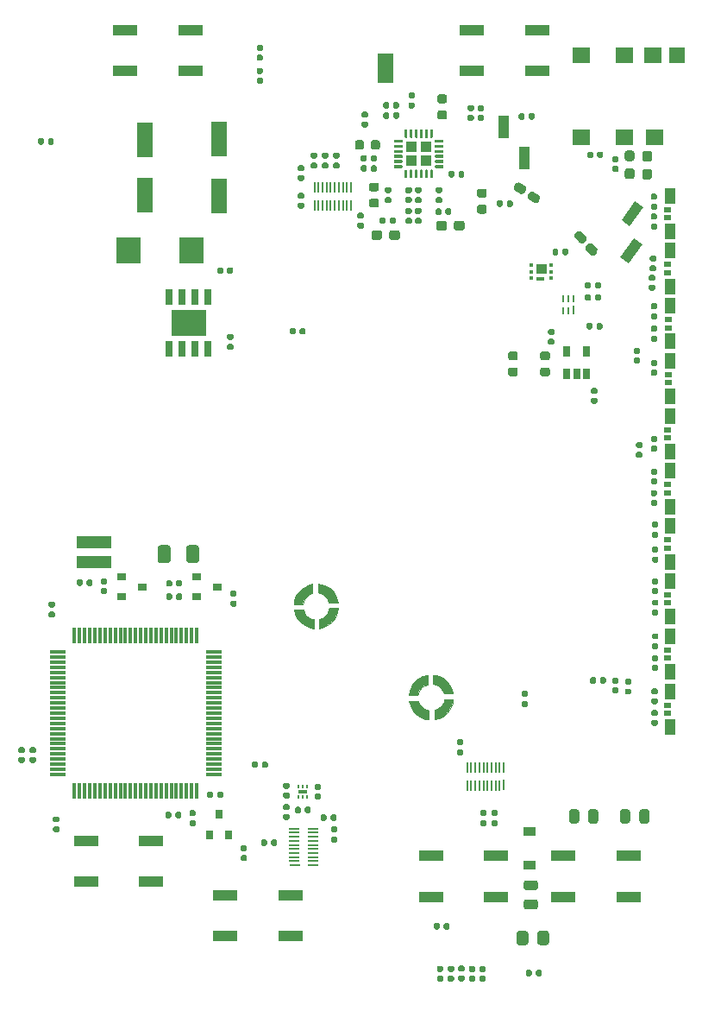
<source format=gbr>
G04 #@! TF.GenerationSoftware,KiCad,Pcbnew,5.1.6+dfsg1-1~bpo10+1*
G04 #@! TF.CreationDate,2021-06-28T17:41:37-04:00*
G04 #@! TF.ProjectId,RUSP_Mainboard,52555350-5f4d-4616-996e-626f6172642e,rev?*
G04 #@! TF.SameCoordinates,Original*
G04 #@! TF.FileFunction,Paste,Bot*
G04 #@! TF.FilePolarity,Positive*
%FSLAX46Y46*%
G04 Gerber Fmt 4.6, Leading zero omitted, Abs format (unit mm)*
G04 Created by KiCad (PCBNEW 5.1.6+dfsg1-1~bpo10+1) date 2021-06-28 17:41:37*
%MOMM*%
%LPD*%
G01*
G04 APERTURE LIST*
%ADD10C,0.100000*%
%ADD11C,0.010000*%
%ADD12R,0.800000X0.900000*%
%ADD13R,3.500000X2.610000*%
%ADD14R,0.800000X1.500000*%
%ADD15R,1.500000X3.000000*%
%ADD16R,0.200000X1.100000*%
%ADD17R,0.200000X1.000000*%
%ADD18R,2.400000X1.100000*%
%ADD19R,0.180000X0.350000*%
%ADD20R,0.940000X0.300000*%
%ADD21R,0.450000X0.300000*%
%ADD22R,3.400000X1.200000*%
%ADD23R,1.000000X1.500000*%
%ADD24R,0.800000X0.500000*%
%ADD25R,1.600000X3.500000*%
%ADD26R,1.200000X0.900000*%
%ADD27R,1.500000X0.300000*%
%ADD28R,0.300000X1.500000*%
%ADD29R,0.280000X0.850000*%
%ADD30R,0.280000X0.750000*%
%ADD31R,0.650000X1.060000*%
%ADD32R,1.100000X1.100000*%
%ADD33R,1.600000X1.600000*%
%ADD34R,1.800000X1.600000*%
%ADD35R,0.900000X0.800000*%
%ADD36R,2.370000X2.550000*%
%ADD37R,1.020000X2.290000*%
%ADD38R,1.100000X0.200000*%
%ADD39R,1.000000X0.200000*%
G04 APERTURE END LIST*
D10*
G36*
X157600000Y-126500000D02*
G01*
X158050000Y-126250000D01*
X158350000Y-126000000D01*
X158600000Y-125700000D01*
X158825000Y-125275000D01*
X158925000Y-124975000D01*
X158975000Y-124650000D01*
X158100000Y-124650000D01*
X158050000Y-124875000D01*
X157925000Y-125125000D01*
X157700000Y-125400000D01*
X157450000Y-125600000D01*
X157150000Y-125700000D01*
X157150000Y-126625000D01*
X157600000Y-126500000D01*
G37*
X157600000Y-126500000D02*
X158050000Y-126250000D01*
X158350000Y-126000000D01*
X158600000Y-125700000D01*
X158825000Y-125275000D01*
X158925000Y-124975000D01*
X158975000Y-124650000D01*
X158100000Y-124650000D01*
X158050000Y-124875000D01*
X157925000Y-125125000D01*
X157700000Y-125400000D01*
X157450000Y-125600000D01*
X157150000Y-125700000D01*
X157150000Y-126625000D01*
X157600000Y-126500000D01*
G36*
X157600000Y-126500000D02*
G01*
X158050000Y-126250000D01*
X158350000Y-126000000D01*
X158600000Y-125700000D01*
X158825000Y-125275000D01*
X158925000Y-124975000D01*
X158975000Y-124650000D01*
X158100000Y-124650000D01*
X158050000Y-124875000D01*
X157925000Y-125125000D01*
X157700000Y-125400000D01*
X157450000Y-125600000D01*
X157150000Y-125700000D01*
X157150000Y-126625000D01*
X157600000Y-126500000D01*
G37*
X157600000Y-126500000D02*
X158050000Y-126250000D01*
X158350000Y-126000000D01*
X158600000Y-125700000D01*
X158825000Y-125275000D01*
X158925000Y-124975000D01*
X158975000Y-124650000D01*
X158100000Y-124650000D01*
X158050000Y-124875000D01*
X157925000Y-125125000D01*
X157700000Y-125400000D01*
X157450000Y-125600000D01*
X157150000Y-125700000D01*
X157150000Y-126625000D01*
X157600000Y-126500000D01*
G36*
X154750000Y-125250000D02*
G01*
X155000000Y-125700000D01*
X155250000Y-126000000D01*
X155550000Y-126250000D01*
X155975000Y-126475000D01*
X156275000Y-126575000D01*
X156600000Y-126625000D01*
X156600000Y-125750000D01*
X156375000Y-125700000D01*
X156125000Y-125575000D01*
X155850000Y-125350000D01*
X155650000Y-125100000D01*
X155550000Y-124800000D01*
X154625000Y-124800000D01*
X154750000Y-125250000D01*
G37*
X154750000Y-125250000D02*
X155000000Y-125700000D01*
X155250000Y-126000000D01*
X155550000Y-126250000D01*
X155975000Y-126475000D01*
X156275000Y-126575000D01*
X156600000Y-126625000D01*
X156600000Y-125750000D01*
X156375000Y-125700000D01*
X156125000Y-125575000D01*
X155850000Y-125350000D01*
X155650000Y-125100000D01*
X155550000Y-124800000D01*
X154625000Y-124800000D01*
X154750000Y-125250000D01*
G36*
X156000000Y-122400000D02*
G01*
X155550000Y-122650000D01*
X155250000Y-122900000D01*
X155000000Y-123200000D01*
X154775000Y-123625000D01*
X154675000Y-123925000D01*
X154625000Y-124250000D01*
X155500000Y-124250000D01*
X155550000Y-124025000D01*
X155675000Y-123775000D01*
X155900000Y-123500000D01*
X156150000Y-123300000D01*
X156450000Y-123200000D01*
X156450000Y-122275000D01*
X156000000Y-122400000D01*
G37*
X156000000Y-122400000D02*
X155550000Y-122650000D01*
X155250000Y-122900000D01*
X155000000Y-123200000D01*
X154775000Y-123625000D01*
X154675000Y-123925000D01*
X154625000Y-124250000D01*
X155500000Y-124250000D01*
X155550000Y-124025000D01*
X155675000Y-123775000D01*
X155900000Y-123500000D01*
X156150000Y-123300000D01*
X156450000Y-123200000D01*
X156450000Y-122275000D01*
X156000000Y-122400000D01*
G36*
X158850000Y-123625000D02*
G01*
X158600000Y-123175000D01*
X158350000Y-122875000D01*
X158050000Y-122625000D01*
X157625000Y-122400000D01*
X157325000Y-122300000D01*
X157000000Y-122250000D01*
X157000000Y-123125000D01*
X157225000Y-123175000D01*
X157475000Y-123300000D01*
X157750000Y-123525000D01*
X157950000Y-123775000D01*
X158050000Y-124075000D01*
X158975000Y-124075000D01*
X158850000Y-123625000D01*
G37*
X158850000Y-123625000D02*
X158600000Y-123175000D01*
X158350000Y-122875000D01*
X158050000Y-122625000D01*
X157625000Y-122400000D01*
X157325000Y-122300000D01*
X157000000Y-122250000D01*
X157000000Y-123125000D01*
X157225000Y-123175000D01*
X157475000Y-123300000D01*
X157750000Y-123525000D01*
X157950000Y-123775000D01*
X158050000Y-124075000D01*
X158975000Y-124075000D01*
X158850000Y-123625000D01*
G36*
X146300000Y-117550000D02*
G01*
X146750000Y-117300000D01*
X147050000Y-117050000D01*
X147300000Y-116750000D01*
X147525000Y-116325000D01*
X147625000Y-116025000D01*
X147675000Y-115700000D01*
X146800000Y-115700000D01*
X146750000Y-115925000D01*
X146625000Y-116175000D01*
X146400000Y-116450000D01*
X146150000Y-116650000D01*
X145850000Y-116750000D01*
X145850000Y-117675000D01*
X146300000Y-117550000D01*
G37*
X146300000Y-117550000D02*
X146750000Y-117300000D01*
X147050000Y-117050000D01*
X147300000Y-116750000D01*
X147525000Y-116325000D01*
X147625000Y-116025000D01*
X147675000Y-115700000D01*
X146800000Y-115700000D01*
X146750000Y-115925000D01*
X146625000Y-116175000D01*
X146400000Y-116450000D01*
X146150000Y-116650000D01*
X145850000Y-116750000D01*
X145850000Y-117675000D01*
X146300000Y-117550000D01*
G36*
X146300000Y-117550000D02*
G01*
X146750000Y-117300000D01*
X147050000Y-117050000D01*
X147300000Y-116750000D01*
X147525000Y-116325000D01*
X147625000Y-116025000D01*
X147675000Y-115700000D01*
X146800000Y-115700000D01*
X146750000Y-115925000D01*
X146625000Y-116175000D01*
X146400000Y-116450000D01*
X146150000Y-116650000D01*
X145850000Y-116750000D01*
X145850000Y-117675000D01*
X146300000Y-117550000D01*
G37*
X146300000Y-117550000D02*
X146750000Y-117300000D01*
X147050000Y-117050000D01*
X147300000Y-116750000D01*
X147525000Y-116325000D01*
X147625000Y-116025000D01*
X147675000Y-115700000D01*
X146800000Y-115700000D01*
X146750000Y-115925000D01*
X146625000Y-116175000D01*
X146400000Y-116450000D01*
X146150000Y-116650000D01*
X145850000Y-116750000D01*
X145850000Y-117675000D01*
X146300000Y-117550000D01*
G36*
X143450000Y-116300000D02*
G01*
X143700000Y-116750000D01*
X143950000Y-117050000D01*
X144250000Y-117300000D01*
X144675000Y-117525000D01*
X144975000Y-117625000D01*
X145300000Y-117675000D01*
X145300000Y-116800000D01*
X145075000Y-116750000D01*
X144825000Y-116625000D01*
X144550000Y-116400000D01*
X144350000Y-116150000D01*
X144250000Y-115850000D01*
X143325000Y-115850000D01*
X143450000Y-116300000D01*
G37*
X143450000Y-116300000D02*
X143700000Y-116750000D01*
X143950000Y-117050000D01*
X144250000Y-117300000D01*
X144675000Y-117525000D01*
X144975000Y-117625000D01*
X145300000Y-117675000D01*
X145300000Y-116800000D01*
X145075000Y-116750000D01*
X144825000Y-116625000D01*
X144550000Y-116400000D01*
X144350000Y-116150000D01*
X144250000Y-115850000D01*
X143325000Y-115850000D01*
X143450000Y-116300000D01*
G36*
X144700000Y-113450000D02*
G01*
X144250000Y-113700000D01*
X143950000Y-113950000D01*
X143700000Y-114250000D01*
X143475000Y-114675000D01*
X143375000Y-114975000D01*
X143325000Y-115300000D01*
X144200000Y-115300000D01*
X144250000Y-115075000D01*
X144375000Y-114825000D01*
X144600000Y-114550000D01*
X144850000Y-114350000D01*
X145150000Y-114250000D01*
X145150000Y-113325000D01*
X144700000Y-113450000D01*
G37*
X144700000Y-113450000D02*
X144250000Y-113700000D01*
X143950000Y-113950000D01*
X143700000Y-114250000D01*
X143475000Y-114675000D01*
X143375000Y-114975000D01*
X143325000Y-115300000D01*
X144200000Y-115300000D01*
X144250000Y-115075000D01*
X144375000Y-114825000D01*
X144600000Y-114550000D01*
X144850000Y-114350000D01*
X145150000Y-114250000D01*
X145150000Y-113325000D01*
X144700000Y-113450000D01*
G36*
X147550000Y-114675000D02*
G01*
X147300000Y-114225000D01*
X147050000Y-113925000D01*
X146750000Y-113675000D01*
X146325000Y-113450000D01*
X146025000Y-113350000D01*
X145700000Y-113300000D01*
X145700000Y-114175000D01*
X145925000Y-114225000D01*
X146175000Y-114350000D01*
X146450000Y-114575000D01*
X146650000Y-114825000D01*
X146750000Y-115125000D01*
X147675000Y-115125000D01*
X147550000Y-114675000D01*
G37*
X147550000Y-114675000D02*
X147300000Y-114225000D01*
X147050000Y-113925000D01*
X146750000Y-113675000D01*
X146325000Y-113450000D01*
X146025000Y-113350000D01*
X145700000Y-113300000D01*
X145700000Y-114175000D01*
X145925000Y-114225000D01*
X146175000Y-114350000D01*
X146450000Y-114575000D01*
X146650000Y-114825000D01*
X146750000Y-115125000D01*
X147675000Y-115125000D01*
X147550000Y-114675000D01*
D11*
G36*
X168000000Y-81945000D02*
G01*
X167200000Y-81945000D01*
X167197383Y-81945069D01*
X167194774Y-81945274D01*
X167192178Y-81945616D01*
X167189604Y-81946093D01*
X167187059Y-81946704D01*
X167184549Y-81947447D01*
X167182082Y-81948321D01*
X167179663Y-81949323D01*
X167177300Y-81950450D01*
X167175000Y-81951699D01*
X167172768Y-81953066D01*
X167170611Y-81954549D01*
X167168534Y-81956143D01*
X167166543Y-81957843D01*
X167164645Y-81959645D01*
X167162843Y-81961543D01*
X167161143Y-81963534D01*
X167159549Y-81965611D01*
X167158066Y-81967768D01*
X167156699Y-81970000D01*
X167155450Y-81972300D01*
X167154323Y-81974663D01*
X167153321Y-81977082D01*
X167152447Y-81979549D01*
X167151704Y-81982059D01*
X167151093Y-81984604D01*
X167150616Y-81987178D01*
X167150274Y-81989774D01*
X167150069Y-81992383D01*
X167150000Y-81995000D01*
X167150000Y-82755000D01*
X167150069Y-82757617D01*
X167150274Y-82760226D01*
X167150616Y-82762822D01*
X167151093Y-82765396D01*
X167151704Y-82767941D01*
X167152447Y-82770451D01*
X167153321Y-82772918D01*
X167154323Y-82775337D01*
X167155450Y-82777700D01*
X167156699Y-82780000D01*
X167158066Y-82782232D01*
X167159549Y-82784389D01*
X167161143Y-82786466D01*
X167162843Y-82788457D01*
X167164645Y-82790355D01*
X167166543Y-82792157D01*
X167168534Y-82793857D01*
X167170611Y-82795451D01*
X167172768Y-82796934D01*
X167175000Y-82798301D01*
X167177300Y-82799550D01*
X167179663Y-82800677D01*
X167182082Y-82801679D01*
X167184549Y-82802553D01*
X167187059Y-82803296D01*
X167189604Y-82803907D01*
X167192178Y-82804384D01*
X167194774Y-82804726D01*
X167197383Y-82804931D01*
X167200000Y-82805000D01*
X168000000Y-82805000D01*
X168002617Y-82804931D01*
X168005226Y-82804726D01*
X168007822Y-82804384D01*
X168010396Y-82803907D01*
X168012941Y-82803296D01*
X168015451Y-82802553D01*
X168017918Y-82801679D01*
X168020337Y-82800677D01*
X168022700Y-82799550D01*
X168025000Y-82798301D01*
X168027232Y-82796934D01*
X168029389Y-82795451D01*
X168031466Y-82793857D01*
X168033457Y-82792157D01*
X168035355Y-82790355D01*
X168037157Y-82788457D01*
X168038857Y-82786466D01*
X168040451Y-82784389D01*
X168041934Y-82782232D01*
X168043301Y-82780000D01*
X168044550Y-82777700D01*
X168045677Y-82775337D01*
X168046679Y-82772918D01*
X168047553Y-82770451D01*
X168048296Y-82767941D01*
X168048907Y-82765396D01*
X168049384Y-82762822D01*
X168049726Y-82760226D01*
X168049931Y-82757617D01*
X168050000Y-82755000D01*
X168050000Y-81995000D01*
X168049931Y-81992383D01*
X168049726Y-81989774D01*
X168049384Y-81987178D01*
X168048907Y-81984604D01*
X168048296Y-81982059D01*
X168047553Y-81979549D01*
X168046679Y-81977082D01*
X168045677Y-81974663D01*
X168044550Y-81972300D01*
X168043301Y-81970000D01*
X168041934Y-81967768D01*
X168040451Y-81965611D01*
X168038857Y-81963534D01*
X168037157Y-81961543D01*
X168035355Y-81959645D01*
X168033457Y-81957843D01*
X168031466Y-81956143D01*
X168029389Y-81954549D01*
X168027232Y-81953066D01*
X168025000Y-81951699D01*
X168022700Y-81950450D01*
X168020337Y-81949323D01*
X168017918Y-81948321D01*
X168015451Y-81947447D01*
X168012941Y-81946704D01*
X168010396Y-81946093D01*
X168007822Y-81945616D01*
X168005226Y-81945274D01*
X168002617Y-81945069D01*
X168000000Y-81945000D01*
G37*
X168000000Y-81945000D02*
X167200000Y-81945000D01*
X167197383Y-81945069D01*
X167194774Y-81945274D01*
X167192178Y-81945616D01*
X167189604Y-81946093D01*
X167187059Y-81946704D01*
X167184549Y-81947447D01*
X167182082Y-81948321D01*
X167179663Y-81949323D01*
X167177300Y-81950450D01*
X167175000Y-81951699D01*
X167172768Y-81953066D01*
X167170611Y-81954549D01*
X167168534Y-81956143D01*
X167166543Y-81957843D01*
X167164645Y-81959645D01*
X167162843Y-81961543D01*
X167161143Y-81963534D01*
X167159549Y-81965611D01*
X167158066Y-81967768D01*
X167156699Y-81970000D01*
X167155450Y-81972300D01*
X167154323Y-81974663D01*
X167153321Y-81977082D01*
X167152447Y-81979549D01*
X167151704Y-81982059D01*
X167151093Y-81984604D01*
X167150616Y-81987178D01*
X167150274Y-81989774D01*
X167150069Y-81992383D01*
X167150000Y-81995000D01*
X167150000Y-82755000D01*
X167150069Y-82757617D01*
X167150274Y-82760226D01*
X167150616Y-82762822D01*
X167151093Y-82765396D01*
X167151704Y-82767941D01*
X167152447Y-82770451D01*
X167153321Y-82772918D01*
X167154323Y-82775337D01*
X167155450Y-82777700D01*
X167156699Y-82780000D01*
X167158066Y-82782232D01*
X167159549Y-82784389D01*
X167161143Y-82786466D01*
X167162843Y-82788457D01*
X167164645Y-82790355D01*
X167166543Y-82792157D01*
X167168534Y-82793857D01*
X167170611Y-82795451D01*
X167172768Y-82796934D01*
X167175000Y-82798301D01*
X167177300Y-82799550D01*
X167179663Y-82800677D01*
X167182082Y-82801679D01*
X167184549Y-82802553D01*
X167187059Y-82803296D01*
X167189604Y-82803907D01*
X167192178Y-82804384D01*
X167194774Y-82804726D01*
X167197383Y-82804931D01*
X167200000Y-82805000D01*
X168000000Y-82805000D01*
X168002617Y-82804931D01*
X168005226Y-82804726D01*
X168007822Y-82804384D01*
X168010396Y-82803907D01*
X168012941Y-82803296D01*
X168015451Y-82802553D01*
X168017918Y-82801679D01*
X168020337Y-82800677D01*
X168022700Y-82799550D01*
X168025000Y-82798301D01*
X168027232Y-82796934D01*
X168029389Y-82795451D01*
X168031466Y-82793857D01*
X168033457Y-82792157D01*
X168035355Y-82790355D01*
X168037157Y-82788457D01*
X168038857Y-82786466D01*
X168040451Y-82784389D01*
X168041934Y-82782232D01*
X168043301Y-82780000D01*
X168044550Y-82777700D01*
X168045677Y-82775337D01*
X168046679Y-82772918D01*
X168047553Y-82770451D01*
X168048296Y-82767941D01*
X168048907Y-82765396D01*
X168049384Y-82762822D01*
X168049726Y-82760226D01*
X168049931Y-82757617D01*
X168050000Y-82755000D01*
X168050000Y-81995000D01*
X168049931Y-81992383D01*
X168049726Y-81989774D01*
X168049384Y-81987178D01*
X168048907Y-81984604D01*
X168048296Y-81982059D01*
X168047553Y-81979549D01*
X168046679Y-81977082D01*
X168045677Y-81974663D01*
X168044550Y-81972300D01*
X168043301Y-81970000D01*
X168041934Y-81967768D01*
X168040451Y-81965611D01*
X168038857Y-81963534D01*
X168037157Y-81961543D01*
X168035355Y-81959645D01*
X168033457Y-81957843D01*
X168031466Y-81956143D01*
X168029389Y-81954549D01*
X168027232Y-81953066D01*
X168025000Y-81951699D01*
X168022700Y-81950450D01*
X168020337Y-81949323D01*
X168017918Y-81948321D01*
X168015451Y-81947447D01*
X168012941Y-81946704D01*
X168010396Y-81946093D01*
X168007822Y-81945616D01*
X168005226Y-81945274D01*
X168002617Y-81945069D01*
X168000000Y-81945000D01*
G36*
X167205000Y-83495000D02*
G01*
X167805000Y-83495000D01*
X167807617Y-83494931D01*
X167810226Y-83494726D01*
X167812822Y-83494384D01*
X167815396Y-83493907D01*
X167817941Y-83493296D01*
X167820451Y-83492553D01*
X167822918Y-83491679D01*
X167825337Y-83490677D01*
X167827700Y-83489550D01*
X167830000Y-83488301D01*
X167832232Y-83486934D01*
X167834389Y-83485451D01*
X167836466Y-83483857D01*
X167838457Y-83482157D01*
X167840355Y-83480355D01*
X167842157Y-83478457D01*
X167843857Y-83476466D01*
X167845451Y-83474389D01*
X167846934Y-83472232D01*
X167848301Y-83470000D01*
X167849550Y-83467700D01*
X167850677Y-83465337D01*
X167851679Y-83462918D01*
X167852553Y-83460451D01*
X167853296Y-83457941D01*
X167853907Y-83455396D01*
X167854384Y-83452822D01*
X167854726Y-83450226D01*
X167854931Y-83447617D01*
X167855000Y-83445000D01*
X167855000Y-83255000D01*
X167854931Y-83252383D01*
X167854726Y-83249774D01*
X167854384Y-83247178D01*
X167853907Y-83244604D01*
X167853296Y-83242059D01*
X167852553Y-83239549D01*
X167851679Y-83237082D01*
X167850677Y-83234663D01*
X167849550Y-83232300D01*
X167848301Y-83230000D01*
X167846934Y-83227768D01*
X167845451Y-83225611D01*
X167843857Y-83223534D01*
X167842157Y-83221543D01*
X167840355Y-83219645D01*
X167838457Y-83217843D01*
X167836466Y-83216143D01*
X167834389Y-83214549D01*
X167832232Y-83213066D01*
X167830000Y-83211699D01*
X167827700Y-83210450D01*
X167825337Y-83209323D01*
X167822918Y-83208321D01*
X167820451Y-83207447D01*
X167817941Y-83206704D01*
X167815396Y-83206093D01*
X167812822Y-83205616D01*
X167810226Y-83205274D01*
X167807617Y-83205069D01*
X167805000Y-83205000D01*
X167205000Y-83205000D01*
X167202383Y-83205069D01*
X167199774Y-83205274D01*
X167197178Y-83205616D01*
X167194604Y-83206093D01*
X167192059Y-83206704D01*
X167189549Y-83207447D01*
X167187082Y-83208321D01*
X167184663Y-83209323D01*
X167182300Y-83210450D01*
X167180000Y-83211699D01*
X167177768Y-83213066D01*
X167175611Y-83214549D01*
X167173534Y-83216143D01*
X167171543Y-83217843D01*
X167169645Y-83219645D01*
X167167843Y-83221543D01*
X167166143Y-83223534D01*
X167164549Y-83225611D01*
X167163066Y-83227768D01*
X167161699Y-83230000D01*
X167160450Y-83232300D01*
X167159323Y-83234663D01*
X167158321Y-83237082D01*
X167157447Y-83239549D01*
X167156704Y-83242059D01*
X167156093Y-83244604D01*
X167155616Y-83247178D01*
X167155274Y-83249774D01*
X167155069Y-83252383D01*
X167155000Y-83255000D01*
X167155000Y-83445000D01*
X167155069Y-83447617D01*
X167155274Y-83450226D01*
X167155616Y-83452822D01*
X167156093Y-83455396D01*
X167156704Y-83457941D01*
X167157447Y-83460451D01*
X167158321Y-83462918D01*
X167159323Y-83465337D01*
X167160450Y-83467700D01*
X167161699Y-83470000D01*
X167163066Y-83472232D01*
X167164549Y-83474389D01*
X167166143Y-83476466D01*
X167167843Y-83478457D01*
X167169645Y-83480355D01*
X167171543Y-83482157D01*
X167173534Y-83483857D01*
X167175611Y-83485451D01*
X167177768Y-83486934D01*
X167180000Y-83488301D01*
X167182300Y-83489550D01*
X167184663Y-83490677D01*
X167187082Y-83491679D01*
X167189549Y-83492553D01*
X167192059Y-83493296D01*
X167194604Y-83493907D01*
X167197178Y-83494384D01*
X167199774Y-83494726D01*
X167202383Y-83494931D01*
X167205000Y-83495000D01*
G37*
X167205000Y-83495000D02*
X167805000Y-83495000D01*
X167807617Y-83494931D01*
X167810226Y-83494726D01*
X167812822Y-83494384D01*
X167815396Y-83493907D01*
X167817941Y-83493296D01*
X167820451Y-83492553D01*
X167822918Y-83491679D01*
X167825337Y-83490677D01*
X167827700Y-83489550D01*
X167830000Y-83488301D01*
X167832232Y-83486934D01*
X167834389Y-83485451D01*
X167836466Y-83483857D01*
X167838457Y-83482157D01*
X167840355Y-83480355D01*
X167842157Y-83478457D01*
X167843857Y-83476466D01*
X167845451Y-83474389D01*
X167846934Y-83472232D01*
X167848301Y-83470000D01*
X167849550Y-83467700D01*
X167850677Y-83465337D01*
X167851679Y-83462918D01*
X167852553Y-83460451D01*
X167853296Y-83457941D01*
X167853907Y-83455396D01*
X167854384Y-83452822D01*
X167854726Y-83450226D01*
X167854931Y-83447617D01*
X167855000Y-83445000D01*
X167855000Y-83255000D01*
X167854931Y-83252383D01*
X167854726Y-83249774D01*
X167854384Y-83247178D01*
X167853907Y-83244604D01*
X167853296Y-83242059D01*
X167852553Y-83239549D01*
X167851679Y-83237082D01*
X167850677Y-83234663D01*
X167849550Y-83232300D01*
X167848301Y-83230000D01*
X167846934Y-83227768D01*
X167845451Y-83225611D01*
X167843857Y-83223534D01*
X167842157Y-83221543D01*
X167840355Y-83219645D01*
X167838457Y-83217843D01*
X167836466Y-83216143D01*
X167834389Y-83214549D01*
X167832232Y-83213066D01*
X167830000Y-83211699D01*
X167827700Y-83210450D01*
X167825337Y-83209323D01*
X167822918Y-83208321D01*
X167820451Y-83207447D01*
X167817941Y-83206704D01*
X167815396Y-83206093D01*
X167812822Y-83205616D01*
X167810226Y-83205274D01*
X167807617Y-83205069D01*
X167805000Y-83205000D01*
X167205000Y-83205000D01*
X167202383Y-83205069D01*
X167199774Y-83205274D01*
X167197178Y-83205616D01*
X167194604Y-83206093D01*
X167192059Y-83206704D01*
X167189549Y-83207447D01*
X167187082Y-83208321D01*
X167184663Y-83209323D01*
X167182300Y-83210450D01*
X167180000Y-83211699D01*
X167177768Y-83213066D01*
X167175611Y-83214549D01*
X167173534Y-83216143D01*
X167171543Y-83217843D01*
X167169645Y-83219645D01*
X167167843Y-83221543D01*
X167166143Y-83223534D01*
X167164549Y-83225611D01*
X167163066Y-83227768D01*
X167161699Y-83230000D01*
X167160450Y-83232300D01*
X167159323Y-83234663D01*
X167158321Y-83237082D01*
X167157447Y-83239549D01*
X167156704Y-83242059D01*
X167156093Y-83244604D01*
X167155616Y-83247178D01*
X167155274Y-83249774D01*
X167155069Y-83252383D01*
X167155000Y-83255000D01*
X167155000Y-83445000D01*
X167155069Y-83447617D01*
X167155274Y-83450226D01*
X167155616Y-83452822D01*
X167156093Y-83455396D01*
X167156704Y-83457941D01*
X167157447Y-83460451D01*
X167158321Y-83462918D01*
X167159323Y-83465337D01*
X167160450Y-83467700D01*
X167161699Y-83470000D01*
X167163066Y-83472232D01*
X167164549Y-83474389D01*
X167166143Y-83476466D01*
X167167843Y-83478457D01*
X167169645Y-83480355D01*
X167171543Y-83482157D01*
X167173534Y-83483857D01*
X167175611Y-83485451D01*
X167177768Y-83486934D01*
X167180000Y-83488301D01*
X167182300Y-83489550D01*
X167184663Y-83490677D01*
X167187082Y-83491679D01*
X167189549Y-83492553D01*
X167192059Y-83493296D01*
X167194604Y-83493907D01*
X167197178Y-83494384D01*
X167199774Y-83494726D01*
X167202383Y-83494931D01*
X167205000Y-83495000D01*
G36*
G01*
X135410000Y-133827500D02*
X135410000Y-134172500D01*
G75*
G02*
X135262500Y-134320000I-147500J0D01*
G01*
X134967500Y-134320000D01*
G75*
G02*
X134820000Y-134172500I0J147500D01*
G01*
X134820000Y-133827500D01*
G75*
G02*
X134967500Y-133680000I147500J0D01*
G01*
X135262500Y-133680000D01*
G75*
G02*
X135410000Y-133827500I0J-147500D01*
G01*
G37*
G36*
G01*
X136380000Y-133827500D02*
X136380000Y-134172500D01*
G75*
G02*
X136232500Y-134320000I-147500J0D01*
G01*
X135937500Y-134320000D01*
G75*
G02*
X135790000Y-134172500I0J147500D01*
G01*
X135790000Y-133827500D01*
G75*
G02*
X135937500Y-133680000I147500J0D01*
G01*
X136232500Y-133680000D01*
G75*
G02*
X136380000Y-133827500I0J-147500D01*
G01*
G37*
D12*
X136000000Y-135900000D03*
X135050000Y-137900000D03*
X136950000Y-137900000D03*
D13*
X133000000Y-87700000D03*
D14*
X131095000Y-90240000D03*
X132365000Y-90240000D03*
X133635000Y-90240000D03*
X134905000Y-90240000D03*
X134905000Y-85160000D03*
X133635000Y-85160000D03*
X132365000Y-85160000D03*
X131095000Y-85160000D03*
G36*
G01*
X136790000Y-82772500D02*
X136790000Y-82427500D01*
G75*
G02*
X136937500Y-82280000I147500J0D01*
G01*
X137232500Y-82280000D01*
G75*
G02*
X137380000Y-82427500I0J-147500D01*
G01*
X137380000Y-82772500D01*
G75*
G02*
X137232500Y-82920000I-147500J0D01*
G01*
X136937500Y-82920000D01*
G75*
G02*
X136790000Y-82772500I0J147500D01*
G01*
G37*
G36*
G01*
X135820000Y-82772500D02*
X135820000Y-82427500D01*
G75*
G02*
X135967500Y-82280000I147500J0D01*
G01*
X136262500Y-82280000D01*
G75*
G02*
X136410000Y-82427500I0J-147500D01*
G01*
X136410000Y-82772500D01*
G75*
G02*
X136262500Y-82920000I-147500J0D01*
G01*
X135967500Y-82920000D01*
G75*
G02*
X135820000Y-82772500I0J147500D01*
G01*
G37*
D15*
X152375000Y-62750000D03*
D16*
X163950000Y-133070000D03*
D17*
X163550000Y-133120000D03*
X163150000Y-133120000D03*
X162750000Y-133120000D03*
X162350000Y-133120000D03*
X161950000Y-133120000D03*
X161550000Y-133120000D03*
X161150000Y-133120000D03*
X160750000Y-133120000D03*
X160350000Y-133120000D03*
X160350000Y-131320000D03*
X160750000Y-131320000D03*
X161150000Y-131320000D03*
X161550000Y-131320000D03*
X161950000Y-131320000D03*
X162350000Y-131320000D03*
X162750000Y-131320000D03*
X163150000Y-131320000D03*
X163550000Y-131320000D03*
X163950000Y-131320000D03*
D18*
X160800000Y-59000000D03*
X167200000Y-59000000D03*
X167200000Y-63000000D03*
X160800000Y-63000000D03*
X126800000Y-59000000D03*
X133200000Y-59000000D03*
X133200000Y-63000000D03*
X126800000Y-63000000D03*
X129346000Y-142497000D03*
X122946000Y-142497000D03*
X122946000Y-138497000D03*
X129346000Y-138497000D03*
X143027000Y-147886000D03*
X136627000Y-147886000D03*
X136627000Y-143886000D03*
X143027000Y-143886000D03*
X163200000Y-144000000D03*
X156800000Y-144000000D03*
X156800000Y-140000000D03*
X163200000Y-140000000D03*
X176200000Y-144000000D03*
X169800000Y-144000000D03*
X169800000Y-140000000D03*
X176200000Y-140000000D03*
D19*
X143800000Y-133175000D03*
X144200000Y-133175000D03*
X144600000Y-133175000D03*
X144600000Y-134225000D03*
X144200000Y-134225000D03*
X143800000Y-134225000D03*
D20*
X144200000Y-133700000D03*
D21*
X168575000Y-82050000D03*
X168575000Y-82700000D03*
X168575000Y-83350000D03*
X166625000Y-83350000D03*
X166625000Y-82700000D03*
X166625000Y-82050000D03*
D22*
X123700000Y-111200000D03*
X123700000Y-109200000D03*
D23*
X180280000Y-127350000D03*
X180280000Y-123850000D03*
D24*
X180050000Y-126000000D03*
X180050000Y-125200000D03*
D25*
X136000000Y-69700000D03*
X136000000Y-75300000D03*
D23*
X180280000Y-78750000D03*
X180280000Y-75250000D03*
D24*
X180050000Y-77400000D03*
X180050000Y-76600000D03*
D23*
X180280000Y-84150000D03*
X180280000Y-80650000D03*
D24*
X180050000Y-82800000D03*
X180050000Y-82000000D03*
D23*
X180300000Y-89550000D03*
X180300000Y-86050000D03*
D24*
X180070000Y-88200000D03*
X180070000Y-87400000D03*
D23*
X180300000Y-94950000D03*
X180300000Y-91450000D03*
D24*
X180070000Y-93600000D03*
X180070000Y-92800000D03*
D23*
X180280000Y-100350000D03*
X180280000Y-96850000D03*
D24*
X180050000Y-99000000D03*
X180050000Y-98200000D03*
D23*
X180280000Y-105750000D03*
X180280000Y-102250000D03*
D24*
X180050000Y-104400000D03*
X180050000Y-103600000D03*
D23*
X180280000Y-111150000D03*
X180280000Y-107650000D03*
D24*
X180050000Y-109800000D03*
X180050000Y-109000000D03*
D23*
X180280000Y-116550000D03*
X180280000Y-113050000D03*
D24*
X180050000Y-115200000D03*
X180050000Y-114400000D03*
D23*
X180280000Y-121950000D03*
X180280000Y-118450000D03*
D24*
X180050000Y-120600000D03*
X180050000Y-119800000D03*
D26*
X166500000Y-137570000D03*
X166500000Y-140870000D03*
G36*
G01*
X166350000Y-147599999D02*
X166350000Y-148500001D01*
G75*
G02*
X166100001Y-148750000I-249999J0D01*
G01*
X165449999Y-148750000D01*
G75*
G02*
X165200000Y-148500001I0J249999D01*
G01*
X165200000Y-147599999D01*
G75*
G02*
X165449999Y-147350000I249999J0D01*
G01*
X166100001Y-147350000D01*
G75*
G02*
X166350000Y-147599999I0J-249999D01*
G01*
G37*
G36*
G01*
X168400000Y-147599999D02*
X168400000Y-148500001D01*
G75*
G02*
X168150001Y-148750000I-249999J0D01*
G01*
X167499999Y-148750000D01*
G75*
G02*
X167250000Y-148500001I0J249999D01*
G01*
X167250000Y-147599999D01*
G75*
G02*
X167499999Y-147350000I249999J0D01*
G01*
X168150001Y-147350000D01*
G75*
G02*
X168400000Y-147599999I0J-249999D01*
G01*
G37*
D27*
X135450000Y-132000000D03*
X135450000Y-131500000D03*
X135450000Y-131000000D03*
X135450000Y-130500000D03*
X135450000Y-130000000D03*
X135450000Y-129500000D03*
X135450000Y-129000000D03*
X135450000Y-128500000D03*
X135450000Y-128000000D03*
X135450000Y-127500000D03*
X135450000Y-127000000D03*
X135450000Y-126500000D03*
X135450000Y-126000000D03*
X135450000Y-125500000D03*
X135450000Y-125000000D03*
X135450000Y-124500000D03*
X135450000Y-124000000D03*
X135450000Y-123500000D03*
X135450000Y-123000000D03*
X135450000Y-122500000D03*
X135450000Y-122000000D03*
X135450000Y-121500000D03*
X135450000Y-121000000D03*
X135450000Y-120500000D03*
X135450000Y-120000000D03*
D28*
X133800000Y-118350000D03*
X133300000Y-118350000D03*
X132800000Y-118350000D03*
X132300000Y-118350000D03*
X131800000Y-118350000D03*
X131300000Y-118350000D03*
X130800000Y-118350000D03*
X130300000Y-118350000D03*
X129800000Y-118350000D03*
X129300000Y-118350000D03*
X128800000Y-118350000D03*
X128300000Y-118350000D03*
X127800000Y-118350000D03*
X127300000Y-118350000D03*
X126800000Y-118350000D03*
X126300000Y-118350000D03*
X125800000Y-118350000D03*
X125300000Y-118350000D03*
X124800000Y-118350000D03*
X124300000Y-118350000D03*
X123800000Y-118350000D03*
X123300000Y-118350000D03*
X122800000Y-118350000D03*
X122300000Y-118350000D03*
X121800000Y-118350000D03*
D27*
X120150000Y-120000000D03*
X120150000Y-120500000D03*
X120150000Y-121000000D03*
X120150000Y-121500000D03*
X120150000Y-122000000D03*
X120150000Y-122500000D03*
X120150000Y-123000000D03*
X120150000Y-123500000D03*
X120150000Y-124000000D03*
X120150000Y-124500000D03*
X120150000Y-125000000D03*
X120150000Y-125500000D03*
X120150000Y-126000000D03*
X120150000Y-126500000D03*
X120150000Y-127000000D03*
X120150000Y-127500000D03*
X120150000Y-128000000D03*
X120150000Y-128500000D03*
X120150000Y-129000000D03*
X120150000Y-129500000D03*
X120150000Y-130000000D03*
X120150000Y-130500000D03*
X120150000Y-131000000D03*
X120150000Y-131500000D03*
X120150000Y-132000000D03*
D28*
X121800000Y-133650000D03*
X122300000Y-133650000D03*
X122800000Y-133650000D03*
X123300000Y-133650000D03*
X123800000Y-133650000D03*
X124300000Y-133650000D03*
X124800000Y-133650000D03*
X125300000Y-133650000D03*
X125800000Y-133650000D03*
X126300000Y-133650000D03*
X126800000Y-133650000D03*
X127300000Y-133650000D03*
X127800000Y-133650000D03*
X128300000Y-133650000D03*
X128800000Y-133650000D03*
X129300000Y-133650000D03*
X129800000Y-133650000D03*
X130300000Y-133650000D03*
X130800000Y-133650000D03*
X131300000Y-133650000D03*
X131800000Y-133650000D03*
X132300000Y-133650000D03*
X132800000Y-133650000D03*
X133300000Y-133650000D03*
X133800000Y-133650000D03*
G36*
G01*
X137272500Y-90380000D02*
X136927500Y-90380000D01*
G75*
G02*
X136780000Y-90232500I0J147500D01*
G01*
X136780000Y-89937500D01*
G75*
G02*
X136927500Y-89790000I147500J0D01*
G01*
X137272500Y-89790000D01*
G75*
G02*
X137420000Y-89937500I0J-147500D01*
G01*
X137420000Y-90232500D01*
G75*
G02*
X137272500Y-90380000I-147500J0D01*
G01*
G37*
G36*
G01*
X137272500Y-89410000D02*
X136927500Y-89410000D01*
G75*
G02*
X136780000Y-89262500I0J147500D01*
G01*
X136780000Y-88967500D01*
G75*
G02*
X136927500Y-88820000I147500J0D01*
G01*
X137272500Y-88820000D01*
G75*
G02*
X137420000Y-88967500I0J-147500D01*
G01*
X137420000Y-89262500D01*
G75*
G02*
X137272500Y-89410000I-147500J0D01*
G01*
G37*
G36*
G01*
X116772500Y-129910000D02*
X116427500Y-129910000D01*
G75*
G02*
X116280000Y-129762500I0J147500D01*
G01*
X116280000Y-129467500D01*
G75*
G02*
X116427500Y-129320000I147500J0D01*
G01*
X116772500Y-129320000D01*
G75*
G02*
X116920000Y-129467500I0J-147500D01*
G01*
X116920000Y-129762500D01*
G75*
G02*
X116772500Y-129910000I-147500J0D01*
G01*
G37*
G36*
G01*
X116772500Y-130880000D02*
X116427500Y-130880000D01*
G75*
G02*
X116280000Y-130732500I0J147500D01*
G01*
X116280000Y-130437500D01*
G75*
G02*
X116427500Y-130290000I147500J0D01*
G01*
X116772500Y-130290000D01*
G75*
G02*
X116920000Y-130437500I0J-147500D01*
G01*
X116920000Y-130732500D01*
G75*
G02*
X116772500Y-130880000I-147500J0D01*
G01*
G37*
G36*
G01*
X138597500Y-140505000D02*
X138252500Y-140505000D01*
G75*
G02*
X138105000Y-140357500I0J147500D01*
G01*
X138105000Y-140062500D01*
G75*
G02*
X138252500Y-139915000I147500J0D01*
G01*
X138597500Y-139915000D01*
G75*
G02*
X138745000Y-140062500I0J-147500D01*
G01*
X138745000Y-140357500D01*
G75*
G02*
X138597500Y-140505000I-147500J0D01*
G01*
G37*
G36*
G01*
X138597500Y-139535000D02*
X138252500Y-139535000D01*
G75*
G02*
X138105000Y-139387500I0J147500D01*
G01*
X138105000Y-139092500D01*
G75*
G02*
X138252500Y-138945000I147500J0D01*
G01*
X138597500Y-138945000D01*
G75*
G02*
X138745000Y-139092500I0J-147500D01*
G01*
X138745000Y-139387500D01*
G75*
G02*
X138597500Y-139535000I-147500J0D01*
G01*
G37*
G36*
G01*
X137227500Y-114960000D02*
X137572500Y-114960000D01*
G75*
G02*
X137720000Y-115107500I0J-147500D01*
G01*
X137720000Y-115402500D01*
G75*
G02*
X137572500Y-115550000I-147500J0D01*
G01*
X137227500Y-115550000D01*
G75*
G02*
X137080000Y-115402500I0J147500D01*
G01*
X137080000Y-115107500D01*
G75*
G02*
X137227500Y-114960000I147500J0D01*
G01*
G37*
G36*
G01*
X137227500Y-113990000D02*
X137572500Y-113990000D01*
G75*
G02*
X137720000Y-114137500I0J-147500D01*
G01*
X137720000Y-114432500D01*
G75*
G02*
X137572500Y-114580000I-147500J0D01*
G01*
X137227500Y-114580000D01*
G75*
G02*
X137080000Y-114432500I0J147500D01*
G01*
X137080000Y-114137500D01*
G75*
G02*
X137227500Y-113990000I147500J0D01*
G01*
G37*
G36*
G01*
X119747500Y-116630000D02*
X119402500Y-116630000D01*
G75*
G02*
X119255000Y-116482500I0J147500D01*
G01*
X119255000Y-116187500D01*
G75*
G02*
X119402500Y-116040000I147500J0D01*
G01*
X119747500Y-116040000D01*
G75*
G02*
X119895000Y-116187500I0J-147500D01*
G01*
X119895000Y-116482500D01*
G75*
G02*
X119747500Y-116630000I-147500J0D01*
G01*
G37*
G36*
G01*
X119747500Y-115660000D02*
X119402500Y-115660000D01*
G75*
G02*
X119255000Y-115512500I0J147500D01*
G01*
X119255000Y-115217500D01*
G75*
G02*
X119402500Y-115070000I147500J0D01*
G01*
X119747500Y-115070000D01*
G75*
G02*
X119895000Y-115217500I0J-147500D01*
G01*
X119895000Y-115512500D01*
G75*
G02*
X119747500Y-115660000I-147500J0D01*
G01*
G37*
G36*
G01*
X139810000Y-130877500D02*
X139810000Y-131222500D01*
G75*
G02*
X139662500Y-131370000I-147500J0D01*
G01*
X139367500Y-131370000D01*
G75*
G02*
X139220000Y-131222500I0J147500D01*
G01*
X139220000Y-130877500D01*
G75*
G02*
X139367500Y-130730000I147500J0D01*
G01*
X139662500Y-130730000D01*
G75*
G02*
X139810000Y-130877500I0J-147500D01*
G01*
G37*
G36*
G01*
X140780000Y-130877500D02*
X140780000Y-131222500D01*
G75*
G02*
X140632500Y-131370000I-147500J0D01*
G01*
X140337500Y-131370000D01*
G75*
G02*
X140190000Y-131222500I0J147500D01*
G01*
X140190000Y-130877500D01*
G75*
G02*
X140337500Y-130730000I147500J0D01*
G01*
X140632500Y-130730000D01*
G75*
G02*
X140780000Y-130877500I0J-147500D01*
G01*
G37*
G36*
G01*
X167680000Y-151327500D02*
X167680000Y-151672500D01*
G75*
G02*
X167532500Y-151820000I-147500J0D01*
G01*
X167237500Y-151820000D01*
G75*
G02*
X167090000Y-151672500I0J147500D01*
G01*
X167090000Y-151327500D01*
G75*
G02*
X167237500Y-151180000I147500J0D01*
G01*
X167532500Y-151180000D01*
G75*
G02*
X167680000Y-151327500I0J-147500D01*
G01*
G37*
G36*
G01*
X166710000Y-151327500D02*
X166710000Y-151672500D01*
G75*
G02*
X166562500Y-151820000I-147500J0D01*
G01*
X166267500Y-151820000D01*
G75*
G02*
X166120000Y-151672500I0J147500D01*
G01*
X166120000Y-151327500D01*
G75*
G02*
X166267500Y-151180000I147500J0D01*
G01*
X166562500Y-151180000D01*
G75*
G02*
X166710000Y-151327500I0J-147500D01*
G01*
G37*
G36*
G01*
X157527500Y-150770000D02*
X157872500Y-150770000D01*
G75*
G02*
X158020000Y-150917500I0J-147500D01*
G01*
X158020000Y-151212500D01*
G75*
G02*
X157872500Y-151360000I-147500J0D01*
G01*
X157527500Y-151360000D01*
G75*
G02*
X157380000Y-151212500I0J147500D01*
G01*
X157380000Y-150917500D01*
G75*
G02*
X157527500Y-150770000I147500J0D01*
G01*
G37*
G36*
G01*
X157527500Y-151740000D02*
X157872500Y-151740000D01*
G75*
G02*
X158020000Y-151887500I0J-147500D01*
G01*
X158020000Y-152182500D01*
G75*
G02*
X157872500Y-152330000I-147500J0D01*
G01*
X157527500Y-152330000D01*
G75*
G02*
X157380000Y-152182500I0J147500D01*
G01*
X157380000Y-151887500D01*
G75*
G02*
X157527500Y-151740000I147500J0D01*
G01*
G37*
G36*
G01*
X160657500Y-150780000D02*
X161002500Y-150780000D01*
G75*
G02*
X161150000Y-150927500I0J-147500D01*
G01*
X161150000Y-151222500D01*
G75*
G02*
X161002500Y-151370000I-147500J0D01*
G01*
X160657500Y-151370000D01*
G75*
G02*
X160510000Y-151222500I0J147500D01*
G01*
X160510000Y-150927500D01*
G75*
G02*
X160657500Y-150780000I147500J0D01*
G01*
G37*
G36*
G01*
X160657500Y-151750000D02*
X161002500Y-151750000D01*
G75*
G02*
X161150000Y-151897500I0J-147500D01*
G01*
X161150000Y-152192500D01*
G75*
G02*
X161002500Y-152340000I-147500J0D01*
G01*
X160657500Y-152340000D01*
G75*
G02*
X160510000Y-152192500I0J147500D01*
G01*
X160510000Y-151897500D01*
G75*
G02*
X160657500Y-151750000I147500J0D01*
G01*
G37*
G36*
G01*
X119827500Y-137090000D02*
X120172500Y-137090000D01*
G75*
G02*
X120320000Y-137237500I0J-147500D01*
G01*
X120320000Y-137532500D01*
G75*
G02*
X120172500Y-137680000I-147500J0D01*
G01*
X119827500Y-137680000D01*
G75*
G02*
X119680000Y-137532500I0J147500D01*
G01*
X119680000Y-137237500D01*
G75*
G02*
X119827500Y-137090000I147500J0D01*
G01*
G37*
G36*
G01*
X119827500Y-136120000D02*
X120172500Y-136120000D01*
G75*
G02*
X120320000Y-136267500I0J-147500D01*
G01*
X120320000Y-136562500D01*
G75*
G02*
X120172500Y-136710000I-147500J0D01*
G01*
X119827500Y-136710000D01*
G75*
G02*
X119680000Y-136562500I0J147500D01*
G01*
X119680000Y-136267500D01*
G75*
G02*
X119827500Y-136120000I147500J0D01*
G01*
G37*
G36*
G01*
X173480000Y-83877500D02*
X173480000Y-84222500D01*
G75*
G02*
X173332500Y-84370000I-147500J0D01*
G01*
X173037500Y-84370000D01*
G75*
G02*
X172890000Y-84222500I0J147500D01*
G01*
X172890000Y-83877500D01*
G75*
G02*
X173037500Y-83730000I147500J0D01*
G01*
X173332500Y-83730000D01*
G75*
G02*
X173480000Y-83877500I0J-147500D01*
G01*
G37*
G36*
G01*
X172510000Y-83877500D02*
X172510000Y-84222500D01*
G75*
G02*
X172362500Y-84370000I-147500J0D01*
G01*
X172067500Y-84370000D01*
G75*
G02*
X171920000Y-84222500I0J147500D01*
G01*
X171920000Y-83877500D01*
G75*
G02*
X172067500Y-83730000I147500J0D01*
G01*
X172362500Y-83730000D01*
G75*
G02*
X172510000Y-83877500I0J-147500D01*
G01*
G37*
D25*
X128750000Y-75200000D03*
X128750000Y-69800000D03*
G36*
G01*
X142427500Y-135890000D02*
X142772500Y-135890000D01*
G75*
G02*
X142920000Y-136037500I0J-147500D01*
G01*
X142920000Y-136332500D01*
G75*
G02*
X142772500Y-136480000I-147500J0D01*
G01*
X142427500Y-136480000D01*
G75*
G02*
X142280000Y-136332500I0J147500D01*
G01*
X142280000Y-136037500D01*
G75*
G02*
X142427500Y-135890000I147500J0D01*
G01*
G37*
G36*
G01*
X142427500Y-134920000D02*
X142772500Y-134920000D01*
G75*
G02*
X142920000Y-135067500I0J-147500D01*
G01*
X142920000Y-135362500D01*
G75*
G02*
X142772500Y-135510000I-147500J0D01*
G01*
X142427500Y-135510000D01*
G75*
G02*
X142280000Y-135362500I0J147500D01*
G01*
X142280000Y-135067500D01*
G75*
G02*
X142427500Y-134920000I147500J0D01*
G01*
G37*
G36*
G01*
X143877500Y-73240000D02*
X144222500Y-73240000D01*
G75*
G02*
X144370000Y-73387500I0J-147500D01*
G01*
X144370000Y-73682500D01*
G75*
G02*
X144222500Y-73830000I-147500J0D01*
G01*
X143877500Y-73830000D01*
G75*
G02*
X143730000Y-73682500I0J147500D01*
G01*
X143730000Y-73387500D01*
G75*
G02*
X143877500Y-73240000I147500J0D01*
G01*
G37*
G36*
G01*
X143877500Y-72270000D02*
X144222500Y-72270000D01*
G75*
G02*
X144370000Y-72417500I0J-147500D01*
G01*
X144370000Y-72712500D01*
G75*
G02*
X144222500Y-72860000I-147500J0D01*
G01*
X143877500Y-72860000D01*
G75*
G02*
X143730000Y-72712500I0J147500D01*
G01*
X143730000Y-72417500D01*
G75*
G02*
X143877500Y-72270000I147500J0D01*
G01*
G37*
G36*
G01*
X144222500Y-75560000D02*
X143877500Y-75560000D01*
G75*
G02*
X143730000Y-75412500I0J147500D01*
G01*
X143730000Y-75117500D01*
G75*
G02*
X143877500Y-74970000I147500J0D01*
G01*
X144222500Y-74970000D01*
G75*
G02*
X144370000Y-75117500I0J-147500D01*
G01*
X144370000Y-75412500D01*
G75*
G02*
X144222500Y-75560000I-147500J0D01*
G01*
G37*
G36*
G01*
X144222500Y-76530000D02*
X143877500Y-76530000D01*
G75*
G02*
X143730000Y-76382500I0J147500D01*
G01*
X143730000Y-76087500D01*
G75*
G02*
X143877500Y-75940000I147500J0D01*
G01*
X144222500Y-75940000D01*
G75*
G02*
X144370000Y-76087500I0J-147500D01*
G01*
X144370000Y-76382500D01*
G75*
G02*
X144222500Y-76530000I-147500J0D01*
G01*
G37*
G36*
G01*
X143525000Y-88377500D02*
X143525000Y-88722500D01*
G75*
G02*
X143377500Y-88870000I-147500J0D01*
G01*
X143082500Y-88870000D01*
G75*
G02*
X142935000Y-88722500I0J147500D01*
G01*
X142935000Y-88377500D01*
G75*
G02*
X143082500Y-88230000I147500J0D01*
G01*
X143377500Y-88230000D01*
G75*
G02*
X143525000Y-88377500I0J-147500D01*
G01*
G37*
G36*
G01*
X144495000Y-88377500D02*
X144495000Y-88722500D01*
G75*
G02*
X144347500Y-88870000I-147500J0D01*
G01*
X144052500Y-88870000D01*
G75*
G02*
X143905000Y-88722500I0J147500D01*
G01*
X143905000Y-88377500D01*
G75*
G02*
X144052500Y-88230000I147500J0D01*
G01*
X144347500Y-88230000D01*
G75*
G02*
X144495000Y-88377500I0J-147500D01*
G01*
G37*
G36*
G01*
X153330000Y-77517500D02*
X153330000Y-77862500D01*
G75*
G02*
X153182500Y-78010000I-147500J0D01*
G01*
X152887500Y-78010000D01*
G75*
G02*
X152740000Y-77862500I0J147500D01*
G01*
X152740000Y-77517500D01*
G75*
G02*
X152887500Y-77370000I147500J0D01*
G01*
X153182500Y-77370000D01*
G75*
G02*
X153330000Y-77517500I0J-147500D01*
G01*
G37*
G36*
G01*
X152360000Y-77517500D02*
X152360000Y-77862500D01*
G75*
G02*
X152212500Y-78010000I-147500J0D01*
G01*
X151917500Y-78010000D01*
G75*
G02*
X151770000Y-77862500I0J147500D01*
G01*
X151770000Y-77517500D01*
G75*
G02*
X151917500Y-77370000I147500J0D01*
G01*
X152212500Y-77370000D01*
G75*
G02*
X152360000Y-77517500I0J-147500D01*
G01*
G37*
G36*
G01*
X157245000Y-76997500D02*
X157245000Y-76652500D01*
G75*
G02*
X157392500Y-76505000I147500J0D01*
G01*
X157687500Y-76505000D01*
G75*
G02*
X157835000Y-76652500I0J-147500D01*
G01*
X157835000Y-76997500D01*
G75*
G02*
X157687500Y-77145000I-147500J0D01*
G01*
X157392500Y-77145000D01*
G75*
G02*
X157245000Y-76997500I0J147500D01*
G01*
G37*
G36*
G01*
X158215000Y-76997500D02*
X158215000Y-76652500D01*
G75*
G02*
X158362500Y-76505000I147500J0D01*
G01*
X158657500Y-76505000D01*
G75*
G02*
X158805000Y-76652500I0J-147500D01*
G01*
X158805000Y-76997500D01*
G75*
G02*
X158657500Y-77145000I-147500J0D01*
G01*
X158362500Y-77145000D01*
G75*
G02*
X158215000Y-76997500I0J147500D01*
G01*
G37*
G36*
G01*
X149727500Y-77890000D02*
X150072500Y-77890000D01*
G75*
G02*
X150220000Y-78037500I0J-147500D01*
G01*
X150220000Y-78332500D01*
G75*
G02*
X150072500Y-78480000I-147500J0D01*
G01*
X149727500Y-78480000D01*
G75*
G02*
X149580000Y-78332500I0J147500D01*
G01*
X149580000Y-78037500D01*
G75*
G02*
X149727500Y-77890000I147500J0D01*
G01*
G37*
G36*
G01*
X149727500Y-76920000D02*
X150072500Y-76920000D01*
G75*
G02*
X150220000Y-77067500I0J-147500D01*
G01*
X150220000Y-77362500D01*
G75*
G02*
X150072500Y-77510000I-147500J0D01*
G01*
X149727500Y-77510000D01*
G75*
G02*
X149580000Y-77362500I0J147500D01*
G01*
X149580000Y-77067500D01*
G75*
G02*
X149727500Y-76920000I147500J0D01*
G01*
G37*
G36*
G01*
X155377500Y-75390000D02*
X155722500Y-75390000D01*
G75*
G02*
X155870000Y-75537500I0J-147500D01*
G01*
X155870000Y-75832500D01*
G75*
G02*
X155722500Y-75980000I-147500J0D01*
G01*
X155377500Y-75980000D01*
G75*
G02*
X155230000Y-75832500I0J147500D01*
G01*
X155230000Y-75537500D01*
G75*
G02*
X155377500Y-75390000I147500J0D01*
G01*
G37*
G36*
G01*
X155377500Y-74420000D02*
X155722500Y-74420000D01*
G75*
G02*
X155870000Y-74567500I0J-147500D01*
G01*
X155870000Y-74862500D01*
G75*
G02*
X155722500Y-75010000I-147500J0D01*
G01*
X155377500Y-75010000D01*
G75*
G02*
X155230000Y-74862500I0J147500D01*
G01*
X155230000Y-74567500D01*
G75*
G02*
X155377500Y-74420000I147500J0D01*
G01*
G37*
G36*
G01*
X154427500Y-74420000D02*
X154772500Y-74420000D01*
G75*
G02*
X154920000Y-74567500I0J-147500D01*
G01*
X154920000Y-74862500D01*
G75*
G02*
X154772500Y-75010000I-147500J0D01*
G01*
X154427500Y-75010000D01*
G75*
G02*
X154280000Y-74862500I0J147500D01*
G01*
X154280000Y-74567500D01*
G75*
G02*
X154427500Y-74420000I147500J0D01*
G01*
G37*
G36*
G01*
X154427500Y-75390000D02*
X154772500Y-75390000D01*
G75*
G02*
X154920000Y-75537500I0J-147500D01*
G01*
X154920000Y-75832500D01*
G75*
G02*
X154772500Y-75980000I-147500J0D01*
G01*
X154427500Y-75980000D01*
G75*
G02*
X154280000Y-75832500I0J147500D01*
G01*
X154280000Y-75537500D01*
G75*
G02*
X154427500Y-75390000I147500J0D01*
G01*
G37*
G36*
G01*
X150510000Y-71427500D02*
X150510000Y-71772500D01*
G75*
G02*
X150362500Y-71920000I-147500J0D01*
G01*
X150067500Y-71920000D01*
G75*
G02*
X149920000Y-71772500I0J147500D01*
G01*
X149920000Y-71427500D01*
G75*
G02*
X150067500Y-71280000I147500J0D01*
G01*
X150362500Y-71280000D01*
G75*
G02*
X150510000Y-71427500I0J-147500D01*
G01*
G37*
G36*
G01*
X151480000Y-71427500D02*
X151480000Y-71772500D01*
G75*
G02*
X151332500Y-71920000I-147500J0D01*
G01*
X151037500Y-71920000D01*
G75*
G02*
X150890000Y-71772500I0J147500D01*
G01*
X150890000Y-71427500D01*
G75*
G02*
X151037500Y-71280000I147500J0D01*
G01*
X151332500Y-71280000D01*
G75*
G02*
X151480000Y-71427500I0J-147500D01*
G01*
G37*
G36*
G01*
X151480000Y-72427500D02*
X151480000Y-72772500D01*
G75*
G02*
X151332500Y-72920000I-147500J0D01*
G01*
X151037500Y-72920000D01*
G75*
G02*
X150890000Y-72772500I0J147500D01*
G01*
X150890000Y-72427500D01*
G75*
G02*
X151037500Y-72280000I147500J0D01*
G01*
X151332500Y-72280000D01*
G75*
G02*
X151480000Y-72427500I0J-147500D01*
G01*
G37*
G36*
G01*
X150510000Y-72427500D02*
X150510000Y-72772500D01*
G75*
G02*
X150362500Y-72920000I-147500J0D01*
G01*
X150067500Y-72920000D01*
G75*
G02*
X149920000Y-72772500I0J147500D01*
G01*
X149920000Y-72427500D01*
G75*
G02*
X150067500Y-72280000I147500J0D01*
G01*
X150362500Y-72280000D01*
G75*
G02*
X150510000Y-72427500I0J-147500D01*
G01*
G37*
G36*
G01*
X150472500Y-68580000D02*
X150127500Y-68580000D01*
G75*
G02*
X149980000Y-68432500I0J147500D01*
G01*
X149980000Y-68137500D01*
G75*
G02*
X150127500Y-67990000I147500J0D01*
G01*
X150472500Y-67990000D01*
G75*
G02*
X150620000Y-68137500I0J-147500D01*
G01*
X150620000Y-68432500D01*
G75*
G02*
X150472500Y-68580000I-147500J0D01*
G01*
G37*
G36*
G01*
X150472500Y-67610000D02*
X150127500Y-67610000D01*
G75*
G02*
X149980000Y-67462500I0J147500D01*
G01*
X149980000Y-67167500D01*
G75*
G02*
X150127500Y-67020000I147500J0D01*
G01*
X150472500Y-67020000D01*
G75*
G02*
X150620000Y-67167500I0J-147500D01*
G01*
X150620000Y-67462500D01*
G75*
G02*
X150472500Y-67610000I-147500J0D01*
G01*
G37*
G36*
G01*
X158156250Y-66200000D02*
X157643750Y-66200000D01*
G75*
G02*
X157425000Y-65981250I0J218750D01*
G01*
X157425000Y-65543750D01*
G75*
G02*
X157643750Y-65325000I218750J0D01*
G01*
X158156250Y-65325000D01*
G75*
G02*
X158375000Y-65543750I0J-218750D01*
G01*
X158375000Y-65981250D01*
G75*
G02*
X158156250Y-66200000I-218750J0D01*
G01*
G37*
G36*
G01*
X158156250Y-67775000D02*
X157643750Y-67775000D01*
G75*
G02*
X157425000Y-67556250I0J218750D01*
G01*
X157425000Y-67118750D01*
G75*
G02*
X157643750Y-66900000I218750J0D01*
G01*
X158156250Y-66900000D01*
G75*
G02*
X158375000Y-67118750I0J-218750D01*
G01*
X158375000Y-67556250D01*
G75*
G02*
X158156250Y-67775000I-218750J0D01*
G01*
G37*
G36*
G01*
X160872500Y-67930000D02*
X160527500Y-67930000D01*
G75*
G02*
X160380000Y-67782500I0J147500D01*
G01*
X160380000Y-67487500D01*
G75*
G02*
X160527500Y-67340000I147500J0D01*
G01*
X160872500Y-67340000D01*
G75*
G02*
X161020000Y-67487500I0J-147500D01*
G01*
X161020000Y-67782500D01*
G75*
G02*
X160872500Y-67930000I-147500J0D01*
G01*
G37*
G36*
G01*
X160872500Y-66960000D02*
X160527500Y-66960000D01*
G75*
G02*
X160380000Y-66812500I0J147500D01*
G01*
X160380000Y-66517500D01*
G75*
G02*
X160527500Y-66370000I147500J0D01*
G01*
X160872500Y-66370000D01*
G75*
G02*
X161020000Y-66517500I0J-147500D01*
G01*
X161020000Y-66812500D01*
G75*
G02*
X160872500Y-66960000I-147500J0D01*
G01*
G37*
G36*
G01*
X161872500Y-66960000D02*
X161527500Y-66960000D01*
G75*
G02*
X161380000Y-66812500I0J147500D01*
G01*
X161380000Y-66517500D01*
G75*
G02*
X161527500Y-66370000I147500J0D01*
G01*
X161872500Y-66370000D01*
G75*
G02*
X162020000Y-66517500I0J-147500D01*
G01*
X162020000Y-66812500D01*
G75*
G02*
X161872500Y-66960000I-147500J0D01*
G01*
G37*
G36*
G01*
X161872500Y-67930000D02*
X161527500Y-67930000D01*
G75*
G02*
X161380000Y-67782500I0J147500D01*
G01*
X161380000Y-67487500D01*
G75*
G02*
X161527500Y-67340000I147500J0D01*
G01*
X161872500Y-67340000D01*
G75*
G02*
X162020000Y-67487500I0J-147500D01*
G01*
X162020000Y-67782500D01*
G75*
G02*
X161872500Y-67930000I-147500J0D01*
G01*
G37*
G36*
G01*
X173705000Y-71077500D02*
X173705000Y-71422500D01*
G75*
G02*
X173557500Y-71570000I-147500J0D01*
G01*
X173262500Y-71570000D01*
G75*
G02*
X173115000Y-71422500I0J147500D01*
G01*
X173115000Y-71077500D01*
G75*
G02*
X173262500Y-70930000I147500J0D01*
G01*
X173557500Y-70930000D01*
G75*
G02*
X173705000Y-71077500I0J-147500D01*
G01*
G37*
G36*
G01*
X172735000Y-71077500D02*
X172735000Y-71422500D01*
G75*
G02*
X172587500Y-71570000I-147500J0D01*
G01*
X172292500Y-71570000D01*
G75*
G02*
X172145000Y-71422500I0J147500D01*
G01*
X172145000Y-71077500D01*
G75*
G02*
X172292500Y-70930000I147500J0D01*
G01*
X172587500Y-70930000D01*
G75*
G02*
X172735000Y-71077500I0J-147500D01*
G01*
G37*
G36*
G01*
X140172500Y-61060000D02*
X139827500Y-61060000D01*
G75*
G02*
X139680000Y-60912500I0J147500D01*
G01*
X139680000Y-60617500D01*
G75*
G02*
X139827500Y-60470000I147500J0D01*
G01*
X140172500Y-60470000D01*
G75*
G02*
X140320000Y-60617500I0J-147500D01*
G01*
X140320000Y-60912500D01*
G75*
G02*
X140172500Y-61060000I-147500J0D01*
G01*
G37*
G36*
G01*
X140172500Y-62030000D02*
X139827500Y-62030000D01*
G75*
G02*
X139680000Y-61882500I0J147500D01*
G01*
X139680000Y-61587500D01*
G75*
G02*
X139827500Y-61440000I147500J0D01*
G01*
X140172500Y-61440000D01*
G75*
G02*
X140320000Y-61587500I0J-147500D01*
G01*
X140320000Y-61882500D01*
G75*
G02*
X140172500Y-62030000I-147500J0D01*
G01*
G37*
G36*
G01*
X174727500Y-71395000D02*
X175072500Y-71395000D01*
G75*
G02*
X175220000Y-71542500I0J-147500D01*
G01*
X175220000Y-71837500D01*
G75*
G02*
X175072500Y-71985000I-147500J0D01*
G01*
X174727500Y-71985000D01*
G75*
G02*
X174580000Y-71837500I0J147500D01*
G01*
X174580000Y-71542500D01*
G75*
G02*
X174727500Y-71395000I147500J0D01*
G01*
G37*
G36*
G01*
X174727500Y-72365000D02*
X175072500Y-72365000D01*
G75*
G02*
X175220000Y-72512500I0J-147500D01*
G01*
X175220000Y-72807500D01*
G75*
G02*
X175072500Y-72955000I-147500J0D01*
G01*
X174727500Y-72955000D01*
G75*
G02*
X174580000Y-72807500I0J147500D01*
G01*
X174580000Y-72512500D01*
G75*
G02*
X174727500Y-72365000I147500J0D01*
G01*
G37*
G36*
G01*
X139827500Y-63690000D02*
X140172500Y-63690000D01*
G75*
G02*
X140320000Y-63837500I0J-147500D01*
G01*
X140320000Y-64132500D01*
G75*
G02*
X140172500Y-64280000I-147500J0D01*
G01*
X139827500Y-64280000D01*
G75*
G02*
X139680000Y-64132500I0J147500D01*
G01*
X139680000Y-63837500D01*
G75*
G02*
X139827500Y-63690000I147500J0D01*
G01*
G37*
G36*
G01*
X139827500Y-62720000D02*
X140172500Y-62720000D01*
G75*
G02*
X140320000Y-62867500I0J-147500D01*
G01*
X140320000Y-63162500D01*
G75*
G02*
X140172500Y-63310000I-147500J0D01*
G01*
X139827500Y-63310000D01*
G75*
G02*
X139680000Y-63162500I0J147500D01*
G01*
X139680000Y-62867500D01*
G75*
G02*
X139827500Y-62720000I147500J0D01*
G01*
G37*
G36*
G01*
X157300000Y-78437500D02*
X157300000Y-77962500D01*
G75*
G02*
X157537500Y-77725000I237500J0D01*
G01*
X158112500Y-77725000D01*
G75*
G02*
X158350000Y-77962500I0J-237500D01*
G01*
X158350000Y-78437500D01*
G75*
G02*
X158112500Y-78675000I-237500J0D01*
G01*
X157537500Y-78675000D01*
G75*
G02*
X157300000Y-78437500I0J237500D01*
G01*
G37*
G36*
G01*
X159050000Y-78437500D02*
X159050000Y-77962500D01*
G75*
G02*
X159287500Y-77725000I237500J0D01*
G01*
X159862500Y-77725000D01*
G75*
G02*
X160100000Y-77962500I0J-237500D01*
G01*
X160100000Y-78437500D01*
G75*
G02*
X159862500Y-78675000I-237500J0D01*
G01*
X159287500Y-78675000D01*
G75*
G02*
X159050000Y-78437500I0J237500D01*
G01*
G37*
G36*
G01*
X152000000Y-78887500D02*
X152000000Y-79362500D01*
G75*
G02*
X151762500Y-79600000I-237500J0D01*
G01*
X151187500Y-79600000D01*
G75*
G02*
X150950000Y-79362500I0J237500D01*
G01*
X150950000Y-78887500D01*
G75*
G02*
X151187500Y-78650000I237500J0D01*
G01*
X151762500Y-78650000D01*
G75*
G02*
X152000000Y-78887500I0J-237500D01*
G01*
G37*
G36*
G01*
X153750000Y-78887500D02*
X153750000Y-79362500D01*
G75*
G02*
X153512500Y-79600000I-237500J0D01*
G01*
X152937500Y-79600000D01*
G75*
G02*
X152700000Y-79362500I0J237500D01*
G01*
X152700000Y-78887500D01*
G75*
G02*
X152937500Y-78650000I237500J0D01*
G01*
X153512500Y-78650000D01*
G75*
G02*
X153750000Y-78887500I0J-237500D01*
G01*
G37*
G36*
G01*
X176062500Y-70825000D02*
X176537500Y-70825000D01*
G75*
G02*
X176775000Y-71062500I0J-237500D01*
G01*
X176775000Y-71637500D01*
G75*
G02*
X176537500Y-71875000I-237500J0D01*
G01*
X176062500Y-71875000D01*
G75*
G02*
X175825000Y-71637500I0J237500D01*
G01*
X175825000Y-71062500D01*
G75*
G02*
X176062500Y-70825000I237500J0D01*
G01*
G37*
G36*
G01*
X176062500Y-72575000D02*
X176537500Y-72575000D01*
G75*
G02*
X176775000Y-72812500I0J-237500D01*
G01*
X176775000Y-73387500D01*
G75*
G02*
X176537500Y-73625000I-237500J0D01*
G01*
X176062500Y-73625000D01*
G75*
G02*
X175825000Y-73387500I0J237500D01*
G01*
X175825000Y-72812500D01*
G75*
G02*
X176062500Y-72575000I237500J0D01*
G01*
G37*
G36*
G01*
X177787500Y-72625000D02*
X178262500Y-72625000D01*
G75*
G02*
X178500000Y-72862500I0J-237500D01*
G01*
X178500000Y-73437500D01*
G75*
G02*
X178262500Y-73675000I-237500J0D01*
G01*
X177787500Y-73675000D01*
G75*
G02*
X177550000Y-73437500I0J237500D01*
G01*
X177550000Y-72862500D01*
G75*
G02*
X177787500Y-72625000I237500J0D01*
G01*
G37*
G36*
G01*
X177787500Y-70875000D02*
X178262500Y-70875000D01*
G75*
G02*
X178500000Y-71112500I0J-237500D01*
G01*
X178500000Y-71687500D01*
G75*
G02*
X178262500Y-71925000I-237500J0D01*
G01*
X177787500Y-71925000D01*
G75*
G02*
X177550000Y-71687500I0J237500D01*
G01*
X177550000Y-71112500D01*
G75*
G02*
X177787500Y-70875000I237500J0D01*
G01*
G37*
G36*
G01*
X167529422Y-75575374D02*
X167297949Y-75931809D01*
G75*
G02*
X167003996Y-75994290I-178217J115736D01*
G01*
X166333060Y-75558579D01*
G75*
G02*
X166270579Y-75264626I115736J178217D01*
G01*
X166502051Y-74908191D01*
G75*
G02*
X166796004Y-74845710I178217J-115736D01*
G01*
X167466940Y-75281421D01*
G75*
G02*
X167529421Y-75575374I-115736J-178217D01*
G01*
G37*
G36*
G01*
X166166582Y-74690336D02*
X165935109Y-75046771D01*
G75*
G02*
X165641156Y-75109252I-178217J115736D01*
G01*
X164970220Y-74673541D01*
G75*
G02*
X164907739Y-74379588I115736J178217D01*
G01*
X165139211Y-74023153D01*
G75*
G02*
X165433164Y-73960672I178217J-115736D01*
G01*
X166104100Y-74396383D01*
G75*
G02*
X166166581Y-74690336I-115736J-178217D01*
G01*
G37*
G36*
G01*
X173111430Y-80836791D02*
X172795593Y-81121171D01*
G75*
G02*
X172495485Y-81105443I-142190J157918D01*
G01*
X171960180Y-80510927D01*
G75*
G02*
X171975908Y-80210819I157918J142190D01*
G01*
X172291745Y-79926439D01*
G75*
G02*
X172591853Y-79942167I142190J-157918D01*
G01*
X173127158Y-80536683D01*
G75*
G02*
X173111430Y-80836791I-157918J-142190D01*
G01*
G37*
G36*
G01*
X172024092Y-79629181D02*
X171708255Y-79913561D01*
G75*
G02*
X171408147Y-79897833I-142190J157918D01*
G01*
X170872842Y-79303317D01*
G75*
G02*
X170888570Y-79003209I157918J142190D01*
G01*
X171204407Y-78718829D01*
G75*
G02*
X171504515Y-78734557I142190J-157918D01*
G01*
X172039820Y-79329073D01*
G75*
G02*
X172024092Y-79629181I-157918J-142190D01*
G01*
G37*
G36*
G01*
X155377500Y-77440000D02*
X155722500Y-77440000D01*
G75*
G02*
X155870000Y-77587500I0J-147500D01*
G01*
X155870000Y-77882500D01*
G75*
G02*
X155722500Y-78030000I-147500J0D01*
G01*
X155377500Y-78030000D01*
G75*
G02*
X155230000Y-77882500I0J147500D01*
G01*
X155230000Y-77587500D01*
G75*
G02*
X155377500Y-77440000I147500J0D01*
G01*
G37*
G36*
G01*
X155377500Y-76470000D02*
X155722500Y-76470000D01*
G75*
G02*
X155870000Y-76617500I0J-147500D01*
G01*
X155870000Y-76912500D01*
G75*
G02*
X155722500Y-77060000I-147500J0D01*
G01*
X155377500Y-77060000D01*
G75*
G02*
X155230000Y-76912500I0J147500D01*
G01*
X155230000Y-76617500D01*
G75*
G02*
X155377500Y-76470000I147500J0D01*
G01*
G37*
G36*
G01*
X154427500Y-76470000D02*
X154772500Y-76470000D01*
G75*
G02*
X154920000Y-76617500I0J-147500D01*
G01*
X154920000Y-76912500D01*
G75*
G02*
X154772500Y-77060000I-147500J0D01*
G01*
X154427500Y-77060000D01*
G75*
G02*
X154280000Y-76912500I0J147500D01*
G01*
X154280000Y-76617500D01*
G75*
G02*
X154427500Y-76470000I147500J0D01*
G01*
G37*
G36*
G01*
X154427500Y-77440000D02*
X154772500Y-77440000D01*
G75*
G02*
X154920000Y-77587500I0J-147500D01*
G01*
X154920000Y-77882500D01*
G75*
G02*
X154772500Y-78030000I-147500J0D01*
G01*
X154427500Y-78030000D01*
G75*
G02*
X154280000Y-77882500I0J147500D01*
G01*
X154280000Y-77587500D01*
G75*
G02*
X154427500Y-77440000I147500J0D01*
G01*
G37*
G36*
G01*
X166970000Y-67302500D02*
X166970000Y-67647500D01*
G75*
G02*
X166822500Y-67795000I-147500J0D01*
G01*
X166527500Y-67795000D01*
G75*
G02*
X166380000Y-67647500I0J147500D01*
G01*
X166380000Y-67302500D01*
G75*
G02*
X166527500Y-67155000I147500J0D01*
G01*
X166822500Y-67155000D01*
G75*
G02*
X166970000Y-67302500I0J-147500D01*
G01*
G37*
G36*
G01*
X166000000Y-67302500D02*
X166000000Y-67647500D01*
G75*
G02*
X165852500Y-67795000I-147500J0D01*
G01*
X165557500Y-67795000D01*
G75*
G02*
X165410000Y-67647500I0J147500D01*
G01*
X165410000Y-67302500D01*
G75*
G02*
X165557500Y-67155000I147500J0D01*
G01*
X165852500Y-67155000D01*
G75*
G02*
X166000000Y-67302500I0J-147500D01*
G01*
G37*
G36*
G01*
X153090000Y-67572500D02*
X153090000Y-67227500D01*
G75*
G02*
X153237500Y-67080000I147500J0D01*
G01*
X153532500Y-67080000D01*
G75*
G02*
X153680000Y-67227500I0J-147500D01*
G01*
X153680000Y-67572500D01*
G75*
G02*
X153532500Y-67720000I-147500J0D01*
G01*
X153237500Y-67720000D01*
G75*
G02*
X153090000Y-67572500I0J147500D01*
G01*
G37*
G36*
G01*
X152120000Y-67572500D02*
X152120000Y-67227500D01*
G75*
G02*
X152267500Y-67080000I147500J0D01*
G01*
X152562500Y-67080000D01*
G75*
G02*
X152710000Y-67227500I0J-147500D01*
G01*
X152710000Y-67572500D01*
G75*
G02*
X152562500Y-67720000I-147500J0D01*
G01*
X152267500Y-67720000D01*
G75*
G02*
X152120000Y-67572500I0J147500D01*
G01*
G37*
G36*
G01*
X117872500Y-129910000D02*
X117527500Y-129910000D01*
G75*
G02*
X117380000Y-129762500I0J147500D01*
G01*
X117380000Y-129467500D01*
G75*
G02*
X117527500Y-129320000I147500J0D01*
G01*
X117872500Y-129320000D01*
G75*
G02*
X118020000Y-129467500I0J-147500D01*
G01*
X118020000Y-129762500D01*
G75*
G02*
X117872500Y-129910000I-147500J0D01*
G01*
G37*
G36*
G01*
X117872500Y-130880000D02*
X117527500Y-130880000D01*
G75*
G02*
X117380000Y-130732500I0J147500D01*
G01*
X117380000Y-130437500D01*
G75*
G02*
X117527500Y-130290000I147500J0D01*
G01*
X117872500Y-130290000D01*
G75*
G02*
X118020000Y-130437500I0J-147500D01*
G01*
X118020000Y-130732500D01*
G75*
G02*
X117872500Y-130880000I-147500J0D01*
G01*
G37*
G36*
G01*
X161697500Y-150780000D02*
X162042500Y-150780000D01*
G75*
G02*
X162190000Y-150927500I0J-147500D01*
G01*
X162190000Y-151222500D01*
G75*
G02*
X162042500Y-151370000I-147500J0D01*
G01*
X161697500Y-151370000D01*
G75*
G02*
X161550000Y-151222500I0J147500D01*
G01*
X161550000Y-150927500D01*
G75*
G02*
X161697500Y-150780000I147500J0D01*
G01*
G37*
G36*
G01*
X161697500Y-151750000D02*
X162042500Y-151750000D01*
G75*
G02*
X162190000Y-151897500I0J-147500D01*
G01*
X162190000Y-152192500D01*
G75*
G02*
X162042500Y-152340000I-147500J0D01*
G01*
X161697500Y-152340000D01*
G75*
G02*
X161550000Y-152192500I0J147500D01*
G01*
X161550000Y-151897500D01*
G75*
G02*
X161697500Y-151750000I147500J0D01*
G01*
G37*
G36*
G01*
X157660000Y-146727500D02*
X157660000Y-147072500D01*
G75*
G02*
X157512500Y-147220000I-147500J0D01*
G01*
X157217500Y-147220000D01*
G75*
G02*
X157070000Y-147072500I0J147500D01*
G01*
X157070000Y-146727500D01*
G75*
G02*
X157217500Y-146580000I147500J0D01*
G01*
X157512500Y-146580000D01*
G75*
G02*
X157660000Y-146727500I0J-147500D01*
G01*
G37*
G36*
G01*
X158630000Y-146727500D02*
X158630000Y-147072500D01*
G75*
G02*
X158482500Y-147220000I-147500J0D01*
G01*
X158187500Y-147220000D01*
G75*
G02*
X158040000Y-147072500I0J147500D01*
G01*
X158040000Y-146727500D01*
G75*
G02*
X158187500Y-146580000I147500J0D01*
G01*
X158482500Y-146580000D01*
G75*
G02*
X158630000Y-146727500I0J-147500D01*
G01*
G37*
G36*
G01*
X159972500Y-151345000D02*
X159627500Y-151345000D01*
G75*
G02*
X159480000Y-151197500I0J147500D01*
G01*
X159480000Y-150902500D01*
G75*
G02*
X159627500Y-150755000I147500J0D01*
G01*
X159972500Y-150755000D01*
G75*
G02*
X160120000Y-150902500I0J-147500D01*
G01*
X160120000Y-151197500D01*
G75*
G02*
X159972500Y-151345000I-147500J0D01*
G01*
G37*
G36*
G01*
X159972500Y-152315000D02*
X159627500Y-152315000D01*
G75*
G02*
X159480000Y-152167500I0J147500D01*
G01*
X159480000Y-151872500D01*
G75*
G02*
X159627500Y-151725000I147500J0D01*
G01*
X159972500Y-151725000D01*
G75*
G02*
X160120000Y-151872500I0J-147500D01*
G01*
X160120000Y-152167500D01*
G75*
G02*
X159972500Y-152315000I-147500J0D01*
G01*
G37*
G36*
G01*
X158922500Y-152330000D02*
X158577500Y-152330000D01*
G75*
G02*
X158430000Y-152182500I0J147500D01*
G01*
X158430000Y-151887500D01*
G75*
G02*
X158577500Y-151740000I147500J0D01*
G01*
X158922500Y-151740000D01*
G75*
G02*
X159070000Y-151887500I0J-147500D01*
G01*
X159070000Y-152182500D01*
G75*
G02*
X158922500Y-152330000I-147500J0D01*
G01*
G37*
G36*
G01*
X158922500Y-151360000D02*
X158577500Y-151360000D01*
G75*
G02*
X158430000Y-151212500I0J147500D01*
G01*
X158430000Y-150917500D01*
G75*
G02*
X158577500Y-150770000I147500J0D01*
G01*
X158922500Y-150770000D01*
G75*
G02*
X159070000Y-150917500I0J-147500D01*
G01*
X159070000Y-151212500D01*
G75*
G02*
X158922500Y-151360000I-147500J0D01*
G01*
G37*
G36*
G01*
X133572500Y-137080000D02*
X133227500Y-137080000D01*
G75*
G02*
X133080000Y-136932500I0J147500D01*
G01*
X133080000Y-136637500D01*
G75*
G02*
X133227500Y-136490000I147500J0D01*
G01*
X133572500Y-136490000D01*
G75*
G02*
X133720000Y-136637500I0J-147500D01*
G01*
X133720000Y-136932500D01*
G75*
G02*
X133572500Y-137080000I-147500J0D01*
G01*
G37*
G36*
G01*
X133572500Y-136110000D02*
X133227500Y-136110000D01*
G75*
G02*
X133080000Y-135962500I0J147500D01*
G01*
X133080000Y-135667500D01*
G75*
G02*
X133227500Y-135520000I147500J0D01*
G01*
X133572500Y-135520000D01*
G75*
G02*
X133720000Y-135667500I0J-147500D01*
G01*
X133720000Y-135962500D01*
G75*
G02*
X133572500Y-136110000I-147500J0D01*
G01*
G37*
G36*
G01*
X132280000Y-135827500D02*
X132280000Y-136172500D01*
G75*
G02*
X132132500Y-136320000I-147500J0D01*
G01*
X131837500Y-136320000D01*
G75*
G02*
X131690000Y-136172500I0J147500D01*
G01*
X131690000Y-135827500D01*
G75*
G02*
X131837500Y-135680000I147500J0D01*
G01*
X132132500Y-135680000D01*
G75*
G02*
X132280000Y-135827500I0J-147500D01*
G01*
G37*
G36*
G01*
X131310000Y-135827500D02*
X131310000Y-136172500D01*
G75*
G02*
X131162500Y-136320000I-147500J0D01*
G01*
X130867500Y-136320000D01*
G75*
G02*
X130720000Y-136172500I0J147500D01*
G01*
X130720000Y-135827500D01*
G75*
G02*
X130867500Y-135680000I147500J0D01*
G01*
X131162500Y-135680000D01*
G75*
G02*
X131310000Y-135827500I0J-147500D01*
G01*
G37*
G36*
G01*
X168772500Y-88910000D02*
X168427500Y-88910000D01*
G75*
G02*
X168280000Y-88762500I0J147500D01*
G01*
X168280000Y-88467500D01*
G75*
G02*
X168427500Y-88320000I147500J0D01*
G01*
X168772500Y-88320000D01*
G75*
G02*
X168920000Y-88467500I0J-147500D01*
G01*
X168920000Y-88762500D01*
G75*
G02*
X168772500Y-88910000I-147500J0D01*
G01*
G37*
G36*
G01*
X168772500Y-89880000D02*
X168427500Y-89880000D01*
G75*
G02*
X168280000Y-89732500I0J147500D01*
G01*
X168280000Y-89437500D01*
G75*
G02*
X168427500Y-89290000I147500J0D01*
G01*
X168772500Y-89290000D01*
G75*
G02*
X168920000Y-89437500I0J-147500D01*
G01*
X168920000Y-89732500D01*
G75*
G02*
X168772500Y-89880000I-147500J0D01*
G01*
G37*
G36*
G01*
X173480000Y-85077500D02*
X173480000Y-85422500D01*
G75*
G02*
X173332500Y-85570000I-147500J0D01*
G01*
X173037500Y-85570000D01*
G75*
G02*
X172890000Y-85422500I0J147500D01*
G01*
X172890000Y-85077500D01*
G75*
G02*
X173037500Y-84930000I147500J0D01*
G01*
X173332500Y-84930000D01*
G75*
G02*
X173480000Y-85077500I0J-147500D01*
G01*
G37*
G36*
G01*
X172510000Y-85077500D02*
X172510000Y-85422500D01*
G75*
G02*
X172362500Y-85570000I-147500J0D01*
G01*
X172067500Y-85570000D01*
G75*
G02*
X171920000Y-85422500I0J147500D01*
G01*
X171920000Y-85077500D01*
G75*
G02*
X172067500Y-84930000I147500J0D01*
G01*
X172362500Y-84930000D01*
G75*
G02*
X172510000Y-85077500I0J-147500D01*
G01*
G37*
G36*
G01*
X173630000Y-87877500D02*
X173630000Y-88222500D01*
G75*
G02*
X173482500Y-88370000I-147500J0D01*
G01*
X173187500Y-88370000D01*
G75*
G02*
X173040000Y-88222500I0J147500D01*
G01*
X173040000Y-87877500D01*
G75*
G02*
X173187500Y-87730000I147500J0D01*
G01*
X173482500Y-87730000D01*
G75*
G02*
X173630000Y-87877500I0J-147500D01*
G01*
G37*
G36*
G01*
X172660000Y-87877500D02*
X172660000Y-88222500D01*
G75*
G02*
X172512500Y-88370000I-147500J0D01*
G01*
X172217500Y-88370000D01*
G75*
G02*
X172070000Y-88222500I0J147500D01*
G01*
X172070000Y-87877500D01*
G75*
G02*
X172217500Y-87730000I147500J0D01*
G01*
X172512500Y-87730000D01*
G75*
G02*
X172660000Y-87877500I0J-147500D01*
G01*
G37*
G36*
G01*
X172997500Y-95655000D02*
X172652500Y-95655000D01*
G75*
G02*
X172505000Y-95507500I0J147500D01*
G01*
X172505000Y-95212500D01*
G75*
G02*
X172652500Y-95065000I147500J0D01*
G01*
X172997500Y-95065000D01*
G75*
G02*
X173145000Y-95212500I0J-147500D01*
G01*
X173145000Y-95507500D01*
G75*
G02*
X172997500Y-95655000I-147500J0D01*
G01*
G37*
G36*
G01*
X172997500Y-94685000D02*
X172652500Y-94685000D01*
G75*
G02*
X172505000Y-94537500I0J147500D01*
G01*
X172505000Y-94242500D01*
G75*
G02*
X172652500Y-94095000I147500J0D01*
G01*
X172997500Y-94095000D01*
G75*
G02*
X173145000Y-94242500I0J-147500D01*
G01*
X173145000Y-94537500D01*
G75*
G02*
X172997500Y-94685000I-147500J0D01*
G01*
G37*
G36*
G01*
X144995000Y-135327500D02*
X144995000Y-135672500D01*
G75*
G02*
X144847500Y-135820000I-147500J0D01*
G01*
X144552500Y-135820000D01*
G75*
G02*
X144405000Y-135672500I0J147500D01*
G01*
X144405000Y-135327500D01*
G75*
G02*
X144552500Y-135180000I147500J0D01*
G01*
X144847500Y-135180000D01*
G75*
G02*
X144995000Y-135327500I0J-147500D01*
G01*
G37*
G36*
G01*
X144025000Y-135327500D02*
X144025000Y-135672500D01*
G75*
G02*
X143877500Y-135820000I-147500J0D01*
G01*
X143582500Y-135820000D01*
G75*
G02*
X143435000Y-135672500I0J147500D01*
G01*
X143435000Y-135327500D01*
G75*
G02*
X143582500Y-135180000I147500J0D01*
G01*
X143877500Y-135180000D01*
G75*
G02*
X144025000Y-135327500I0J-147500D01*
G01*
G37*
G36*
G01*
X118220000Y-70117500D02*
X118220000Y-69772500D01*
G75*
G02*
X118367500Y-69625000I147500J0D01*
G01*
X118662500Y-69625000D01*
G75*
G02*
X118810000Y-69772500I0J-147500D01*
G01*
X118810000Y-70117500D01*
G75*
G02*
X118662500Y-70265000I-147500J0D01*
G01*
X118367500Y-70265000D01*
G75*
G02*
X118220000Y-70117500I0J147500D01*
G01*
G37*
G36*
G01*
X119190000Y-70117500D02*
X119190000Y-69772500D01*
G75*
G02*
X119337500Y-69625000I147500J0D01*
G01*
X119632500Y-69625000D01*
G75*
G02*
X119780000Y-69772500I0J-147500D01*
G01*
X119780000Y-70117500D01*
G75*
G02*
X119632500Y-70265000I-147500J0D01*
G01*
X119337500Y-70265000D01*
G75*
G02*
X119190000Y-70117500I0J147500D01*
G01*
G37*
G36*
G01*
X146572500Y-72600000D02*
X146227500Y-72600000D01*
G75*
G02*
X146080000Y-72452500I0J147500D01*
G01*
X146080000Y-72157500D01*
G75*
G02*
X146227500Y-72010000I147500J0D01*
G01*
X146572500Y-72010000D01*
G75*
G02*
X146720000Y-72157500I0J-147500D01*
G01*
X146720000Y-72452500D01*
G75*
G02*
X146572500Y-72600000I-147500J0D01*
G01*
G37*
G36*
G01*
X146572500Y-71630000D02*
X146227500Y-71630000D01*
G75*
G02*
X146080000Y-71482500I0J147500D01*
G01*
X146080000Y-71187500D01*
G75*
G02*
X146227500Y-71040000I147500J0D01*
G01*
X146572500Y-71040000D01*
G75*
G02*
X146720000Y-71187500I0J-147500D01*
G01*
X146720000Y-71482500D01*
G75*
G02*
X146572500Y-71630000I-147500J0D01*
G01*
G37*
G36*
G01*
X157772500Y-75980000D02*
X157427500Y-75980000D01*
G75*
G02*
X157280000Y-75832500I0J147500D01*
G01*
X157280000Y-75537500D01*
G75*
G02*
X157427500Y-75390000I147500J0D01*
G01*
X157772500Y-75390000D01*
G75*
G02*
X157920000Y-75537500I0J-147500D01*
G01*
X157920000Y-75832500D01*
G75*
G02*
X157772500Y-75980000I-147500J0D01*
G01*
G37*
G36*
G01*
X157772500Y-75010000D02*
X157427500Y-75010000D01*
G75*
G02*
X157280000Y-74862500I0J147500D01*
G01*
X157280000Y-74567500D01*
G75*
G02*
X157427500Y-74420000I147500J0D01*
G01*
X157772500Y-74420000D01*
G75*
G02*
X157920000Y-74567500I0J-147500D01*
G01*
X157920000Y-74862500D01*
G75*
G02*
X157772500Y-75010000I-147500J0D01*
G01*
G37*
G36*
G01*
X153090000Y-66572500D02*
X153090000Y-66227500D01*
G75*
G02*
X153237500Y-66080000I147500J0D01*
G01*
X153532500Y-66080000D01*
G75*
G02*
X153680000Y-66227500I0J-147500D01*
G01*
X153680000Y-66572500D01*
G75*
G02*
X153532500Y-66720000I-147500J0D01*
G01*
X153237500Y-66720000D01*
G75*
G02*
X153090000Y-66572500I0J147500D01*
G01*
G37*
G36*
G01*
X152120000Y-66572500D02*
X152120000Y-66227500D01*
G75*
G02*
X152267500Y-66080000I147500J0D01*
G01*
X152562500Y-66080000D01*
G75*
G02*
X152710000Y-66227500I0J-147500D01*
G01*
X152710000Y-66572500D01*
G75*
G02*
X152562500Y-66720000I-147500J0D01*
G01*
X152267500Y-66720000D01*
G75*
G02*
X152120000Y-66572500I0J147500D01*
G01*
G37*
G36*
G01*
X155072500Y-66705000D02*
X154727500Y-66705000D01*
G75*
G02*
X154580000Y-66557500I0J147500D01*
G01*
X154580000Y-66262500D01*
G75*
G02*
X154727500Y-66115000I147500J0D01*
G01*
X155072500Y-66115000D01*
G75*
G02*
X155220000Y-66262500I0J-147500D01*
G01*
X155220000Y-66557500D01*
G75*
G02*
X155072500Y-66705000I-147500J0D01*
G01*
G37*
G36*
G01*
X155072500Y-65735000D02*
X154727500Y-65735000D01*
G75*
G02*
X154580000Y-65587500I0J147500D01*
G01*
X154580000Y-65292500D01*
G75*
G02*
X154727500Y-65145000I147500J0D01*
G01*
X155072500Y-65145000D01*
G75*
G02*
X155220000Y-65292500I0J-147500D01*
G01*
X155220000Y-65587500D01*
G75*
G02*
X155072500Y-65735000I-147500J0D01*
G01*
G37*
G36*
G01*
X152772500Y-75980000D02*
X152427500Y-75980000D01*
G75*
G02*
X152280000Y-75832500I0J147500D01*
G01*
X152280000Y-75537500D01*
G75*
G02*
X152427500Y-75390000I147500J0D01*
G01*
X152772500Y-75390000D01*
G75*
G02*
X152920000Y-75537500I0J-147500D01*
G01*
X152920000Y-75832500D01*
G75*
G02*
X152772500Y-75980000I-147500J0D01*
G01*
G37*
G36*
G01*
X152772500Y-75010000D02*
X152427500Y-75010000D01*
G75*
G02*
X152280000Y-74862500I0J147500D01*
G01*
X152280000Y-74567500D01*
G75*
G02*
X152427500Y-74420000I147500J0D01*
G01*
X152772500Y-74420000D01*
G75*
G02*
X152920000Y-74567500I0J-147500D01*
G01*
X152920000Y-74862500D01*
G75*
G02*
X152772500Y-75010000I-147500J0D01*
G01*
G37*
G36*
G01*
X159110000Y-72977500D02*
X159110000Y-73322500D01*
G75*
G02*
X158962500Y-73470000I-147500J0D01*
G01*
X158667500Y-73470000D01*
G75*
G02*
X158520000Y-73322500I0J147500D01*
G01*
X158520000Y-72977500D01*
G75*
G02*
X158667500Y-72830000I147500J0D01*
G01*
X158962500Y-72830000D01*
G75*
G02*
X159110000Y-72977500I0J-147500D01*
G01*
G37*
G36*
G01*
X160080000Y-72977500D02*
X160080000Y-73322500D01*
G75*
G02*
X159932500Y-73470000I-147500J0D01*
G01*
X159637500Y-73470000D01*
G75*
G02*
X159490000Y-73322500I0J147500D01*
G01*
X159490000Y-72977500D01*
G75*
G02*
X159637500Y-72830000I147500J0D01*
G01*
X159932500Y-72830000D01*
G75*
G02*
X160080000Y-72977500I0J-147500D01*
G01*
G37*
G36*
G01*
X164830000Y-75852500D02*
X164830000Y-76197500D01*
G75*
G02*
X164682500Y-76345000I-147500J0D01*
G01*
X164387500Y-76345000D01*
G75*
G02*
X164240000Y-76197500I0J147500D01*
G01*
X164240000Y-75852500D01*
G75*
G02*
X164387500Y-75705000I147500J0D01*
G01*
X164682500Y-75705000D01*
G75*
G02*
X164830000Y-75852500I0J-147500D01*
G01*
G37*
G36*
G01*
X163860000Y-75852500D02*
X163860000Y-76197500D01*
G75*
G02*
X163712500Y-76345000I-147500J0D01*
G01*
X163417500Y-76345000D01*
G75*
G02*
X163270000Y-76197500I0J147500D01*
G01*
X163270000Y-75852500D01*
G75*
G02*
X163417500Y-75705000I147500J0D01*
G01*
X163712500Y-75705000D01*
G75*
G02*
X163860000Y-75852500I0J-147500D01*
G01*
G37*
G36*
G01*
X169310000Y-80602500D02*
X169310000Y-80947500D01*
G75*
G02*
X169162500Y-81095000I-147500J0D01*
G01*
X168867500Y-81095000D01*
G75*
G02*
X168720000Y-80947500I0J147500D01*
G01*
X168720000Y-80602500D01*
G75*
G02*
X168867500Y-80455000I147500J0D01*
G01*
X169162500Y-80455000D01*
G75*
G02*
X169310000Y-80602500I0J-147500D01*
G01*
G37*
G36*
G01*
X170280000Y-80602500D02*
X170280000Y-80947500D01*
G75*
G02*
X170132500Y-81095000I-147500J0D01*
G01*
X169837500Y-81095000D01*
G75*
G02*
X169690000Y-80947500I0J147500D01*
G01*
X169690000Y-80602500D01*
G75*
G02*
X169837500Y-80455000I147500J0D01*
G01*
X170132500Y-80455000D01*
G75*
G02*
X170280000Y-80602500I0J-147500D01*
G01*
G37*
G36*
G01*
X178627500Y-110640000D02*
X178972500Y-110640000D01*
G75*
G02*
X179120000Y-110787500I0J-147500D01*
G01*
X179120000Y-111082500D01*
G75*
G02*
X178972500Y-111230000I-147500J0D01*
G01*
X178627500Y-111230000D01*
G75*
G02*
X178480000Y-111082500I0J147500D01*
G01*
X178480000Y-110787500D01*
G75*
G02*
X178627500Y-110640000I147500J0D01*
G01*
G37*
G36*
G01*
X178627500Y-109670000D02*
X178972500Y-109670000D01*
G75*
G02*
X179120000Y-109817500I0J-147500D01*
G01*
X179120000Y-110112500D01*
G75*
G02*
X178972500Y-110260000I-147500J0D01*
G01*
X178627500Y-110260000D01*
G75*
G02*
X178480000Y-110112500I0J147500D01*
G01*
X178480000Y-109817500D01*
G75*
G02*
X178627500Y-109670000I147500J0D01*
G01*
G37*
G36*
G01*
X178627500Y-108190000D02*
X178972500Y-108190000D01*
G75*
G02*
X179120000Y-108337500I0J-147500D01*
G01*
X179120000Y-108632500D01*
G75*
G02*
X178972500Y-108780000I-147500J0D01*
G01*
X178627500Y-108780000D01*
G75*
G02*
X178480000Y-108632500I0J147500D01*
G01*
X178480000Y-108337500D01*
G75*
G02*
X178627500Y-108190000I147500J0D01*
G01*
G37*
G36*
G01*
X178627500Y-107220000D02*
X178972500Y-107220000D01*
G75*
G02*
X179120000Y-107367500I0J-147500D01*
G01*
X179120000Y-107662500D01*
G75*
G02*
X178972500Y-107810000I-147500J0D01*
G01*
X178627500Y-107810000D01*
G75*
G02*
X178480000Y-107662500I0J147500D01*
G01*
X178480000Y-107367500D01*
G75*
G02*
X178627500Y-107220000I147500J0D01*
G01*
G37*
G36*
G01*
X178527500Y-77990000D02*
X178872500Y-77990000D01*
G75*
G02*
X179020000Y-78137500I0J-147500D01*
G01*
X179020000Y-78432500D01*
G75*
G02*
X178872500Y-78580000I-147500J0D01*
G01*
X178527500Y-78580000D01*
G75*
G02*
X178380000Y-78432500I0J147500D01*
G01*
X178380000Y-78137500D01*
G75*
G02*
X178527500Y-77990000I147500J0D01*
G01*
G37*
G36*
G01*
X178527500Y-77020000D02*
X178872500Y-77020000D01*
G75*
G02*
X179020000Y-77167500I0J-147500D01*
G01*
X179020000Y-77462500D01*
G75*
G02*
X178872500Y-77610000I-147500J0D01*
G01*
X178527500Y-77610000D01*
G75*
G02*
X178380000Y-77462500I0J147500D01*
G01*
X178380000Y-77167500D01*
G75*
G02*
X178527500Y-77020000I147500J0D01*
G01*
G37*
G36*
G01*
X178527500Y-75070000D02*
X178872500Y-75070000D01*
G75*
G02*
X179020000Y-75217500I0J-147500D01*
G01*
X179020000Y-75512500D01*
G75*
G02*
X178872500Y-75660000I-147500J0D01*
G01*
X178527500Y-75660000D01*
G75*
G02*
X178380000Y-75512500I0J147500D01*
G01*
X178380000Y-75217500D01*
G75*
G02*
X178527500Y-75070000I147500J0D01*
G01*
G37*
G36*
G01*
X178527500Y-76040000D02*
X178872500Y-76040000D01*
G75*
G02*
X179020000Y-76187500I0J-147500D01*
G01*
X179020000Y-76482500D01*
G75*
G02*
X178872500Y-76630000I-147500J0D01*
G01*
X178527500Y-76630000D01*
G75*
G02*
X178380000Y-76482500I0J147500D01*
G01*
X178380000Y-76187500D01*
G75*
G02*
X178527500Y-76040000I147500J0D01*
G01*
G37*
G36*
G01*
X178577500Y-126640000D02*
X178922500Y-126640000D01*
G75*
G02*
X179070000Y-126787500I0J-147500D01*
G01*
X179070000Y-127082500D01*
G75*
G02*
X178922500Y-127230000I-147500J0D01*
G01*
X178577500Y-127230000D01*
G75*
G02*
X178430000Y-127082500I0J147500D01*
G01*
X178430000Y-126787500D01*
G75*
G02*
X178577500Y-126640000I147500J0D01*
G01*
G37*
G36*
G01*
X178577500Y-125670000D02*
X178922500Y-125670000D01*
G75*
G02*
X179070000Y-125817500I0J-147500D01*
G01*
X179070000Y-126112500D01*
G75*
G02*
X178922500Y-126260000I-147500J0D01*
G01*
X178577500Y-126260000D01*
G75*
G02*
X178430000Y-126112500I0J147500D01*
G01*
X178430000Y-125817500D01*
G75*
G02*
X178577500Y-125670000I147500J0D01*
G01*
G37*
G36*
G01*
X178577500Y-123570000D02*
X178922500Y-123570000D01*
G75*
G02*
X179070000Y-123717500I0J-147500D01*
G01*
X179070000Y-124012500D01*
G75*
G02*
X178922500Y-124160000I-147500J0D01*
G01*
X178577500Y-124160000D01*
G75*
G02*
X178430000Y-124012500I0J147500D01*
G01*
X178430000Y-123717500D01*
G75*
G02*
X178577500Y-123570000I147500J0D01*
G01*
G37*
G36*
G01*
X178577500Y-124540000D02*
X178922500Y-124540000D01*
G75*
G02*
X179070000Y-124687500I0J-147500D01*
G01*
X179070000Y-124982500D01*
G75*
G02*
X178922500Y-125130000I-147500J0D01*
G01*
X178577500Y-125130000D01*
G75*
G02*
X178430000Y-124982500I0J147500D01*
G01*
X178430000Y-124687500D01*
G75*
G02*
X178577500Y-124540000I147500J0D01*
G01*
G37*
G36*
G01*
X178627500Y-120320000D02*
X178972500Y-120320000D01*
G75*
G02*
X179120000Y-120467500I0J-147500D01*
G01*
X179120000Y-120762500D01*
G75*
G02*
X178972500Y-120910000I-147500J0D01*
G01*
X178627500Y-120910000D01*
G75*
G02*
X178480000Y-120762500I0J147500D01*
G01*
X178480000Y-120467500D01*
G75*
G02*
X178627500Y-120320000I147500J0D01*
G01*
G37*
G36*
G01*
X178627500Y-121290000D02*
X178972500Y-121290000D01*
G75*
G02*
X179120000Y-121437500I0J-147500D01*
G01*
X179120000Y-121732500D01*
G75*
G02*
X178972500Y-121880000I-147500J0D01*
G01*
X178627500Y-121880000D01*
G75*
G02*
X178480000Y-121732500I0J147500D01*
G01*
X178480000Y-121437500D01*
G75*
G02*
X178627500Y-121290000I147500J0D01*
G01*
G37*
G36*
G01*
X178627500Y-119140000D02*
X178972500Y-119140000D01*
G75*
G02*
X179120000Y-119287500I0J-147500D01*
G01*
X179120000Y-119582500D01*
G75*
G02*
X178972500Y-119730000I-147500J0D01*
G01*
X178627500Y-119730000D01*
G75*
G02*
X178480000Y-119582500I0J147500D01*
G01*
X178480000Y-119287500D01*
G75*
G02*
X178627500Y-119140000I147500J0D01*
G01*
G37*
G36*
G01*
X178627500Y-118170000D02*
X178972500Y-118170000D01*
G75*
G02*
X179120000Y-118317500I0J-147500D01*
G01*
X179120000Y-118612500D01*
G75*
G02*
X178972500Y-118760000I-147500J0D01*
G01*
X178627500Y-118760000D01*
G75*
G02*
X178480000Y-118612500I0J147500D01*
G01*
X178480000Y-118317500D01*
G75*
G02*
X178627500Y-118170000I147500J0D01*
G01*
G37*
G36*
G01*
X178627500Y-114870000D02*
X178972500Y-114870000D01*
G75*
G02*
X179120000Y-115017500I0J-147500D01*
G01*
X179120000Y-115312500D01*
G75*
G02*
X178972500Y-115460000I-147500J0D01*
G01*
X178627500Y-115460000D01*
G75*
G02*
X178480000Y-115312500I0J147500D01*
G01*
X178480000Y-115017500D01*
G75*
G02*
X178627500Y-114870000I147500J0D01*
G01*
G37*
G36*
G01*
X178627500Y-115840000D02*
X178972500Y-115840000D01*
G75*
G02*
X179120000Y-115987500I0J-147500D01*
G01*
X179120000Y-116282500D01*
G75*
G02*
X178972500Y-116430000I-147500J0D01*
G01*
X178627500Y-116430000D01*
G75*
G02*
X178480000Y-116282500I0J147500D01*
G01*
X178480000Y-115987500D01*
G75*
G02*
X178627500Y-115840000I147500J0D01*
G01*
G37*
G36*
G01*
X178627500Y-113740000D02*
X178972500Y-113740000D01*
G75*
G02*
X179120000Y-113887500I0J-147500D01*
G01*
X179120000Y-114182500D01*
G75*
G02*
X178972500Y-114330000I-147500J0D01*
G01*
X178627500Y-114330000D01*
G75*
G02*
X178480000Y-114182500I0J147500D01*
G01*
X178480000Y-113887500D01*
G75*
G02*
X178627500Y-113740000I147500J0D01*
G01*
G37*
G36*
G01*
X178627500Y-112770000D02*
X178972500Y-112770000D01*
G75*
G02*
X179120000Y-112917500I0J-147500D01*
G01*
X179120000Y-113212500D01*
G75*
G02*
X178972500Y-113360000I-147500J0D01*
G01*
X178627500Y-113360000D01*
G75*
G02*
X178480000Y-113212500I0J147500D01*
G01*
X178480000Y-112917500D01*
G75*
G02*
X178627500Y-112770000I147500J0D01*
G01*
G37*
G36*
G01*
X178327500Y-83990000D02*
X178672500Y-83990000D01*
G75*
G02*
X178820000Y-84137500I0J-147500D01*
G01*
X178820000Y-84432500D01*
G75*
G02*
X178672500Y-84580000I-147500J0D01*
G01*
X178327500Y-84580000D01*
G75*
G02*
X178180000Y-84432500I0J147500D01*
G01*
X178180000Y-84137500D01*
G75*
G02*
X178327500Y-83990000I147500J0D01*
G01*
G37*
G36*
G01*
X178327500Y-83020000D02*
X178672500Y-83020000D01*
G75*
G02*
X178820000Y-83167500I0J-147500D01*
G01*
X178820000Y-83462500D01*
G75*
G02*
X178672500Y-83610000I-147500J0D01*
G01*
X178327500Y-83610000D01*
G75*
G02*
X178180000Y-83462500I0J147500D01*
G01*
X178180000Y-83167500D01*
G75*
G02*
X178327500Y-83020000I147500J0D01*
G01*
G37*
G36*
G01*
X178427500Y-81120000D02*
X178772500Y-81120000D01*
G75*
G02*
X178920000Y-81267500I0J-147500D01*
G01*
X178920000Y-81562500D01*
G75*
G02*
X178772500Y-81710000I-147500J0D01*
G01*
X178427500Y-81710000D01*
G75*
G02*
X178280000Y-81562500I0J147500D01*
G01*
X178280000Y-81267500D01*
G75*
G02*
X178427500Y-81120000I147500J0D01*
G01*
G37*
G36*
G01*
X178427500Y-82090000D02*
X178772500Y-82090000D01*
G75*
G02*
X178920000Y-82237500I0J-147500D01*
G01*
X178920000Y-82532500D01*
G75*
G02*
X178772500Y-82680000I-147500J0D01*
G01*
X178427500Y-82680000D01*
G75*
G02*
X178280000Y-82532500I0J147500D01*
G01*
X178280000Y-82237500D01*
G75*
G02*
X178427500Y-82090000I147500J0D01*
G01*
G37*
G36*
G01*
X178527500Y-88020000D02*
X178872500Y-88020000D01*
G75*
G02*
X179020000Y-88167500I0J-147500D01*
G01*
X179020000Y-88462500D01*
G75*
G02*
X178872500Y-88610000I-147500J0D01*
G01*
X178527500Y-88610000D01*
G75*
G02*
X178380000Y-88462500I0J147500D01*
G01*
X178380000Y-88167500D01*
G75*
G02*
X178527500Y-88020000I147500J0D01*
G01*
G37*
G36*
G01*
X178527500Y-88990000D02*
X178872500Y-88990000D01*
G75*
G02*
X179020000Y-89137500I0J-147500D01*
G01*
X179020000Y-89432500D01*
G75*
G02*
X178872500Y-89580000I-147500J0D01*
G01*
X178527500Y-89580000D01*
G75*
G02*
X178380000Y-89432500I0J147500D01*
G01*
X178380000Y-89137500D01*
G75*
G02*
X178527500Y-88990000I147500J0D01*
G01*
G37*
G36*
G01*
X178527500Y-85820000D02*
X178872500Y-85820000D01*
G75*
G02*
X179020000Y-85967500I0J-147500D01*
G01*
X179020000Y-86262500D01*
G75*
G02*
X178872500Y-86410000I-147500J0D01*
G01*
X178527500Y-86410000D01*
G75*
G02*
X178380000Y-86262500I0J147500D01*
G01*
X178380000Y-85967500D01*
G75*
G02*
X178527500Y-85820000I147500J0D01*
G01*
G37*
G36*
G01*
X178527500Y-86790000D02*
X178872500Y-86790000D01*
G75*
G02*
X179020000Y-86937500I0J-147500D01*
G01*
X179020000Y-87232500D01*
G75*
G02*
X178872500Y-87380000I-147500J0D01*
G01*
X178527500Y-87380000D01*
G75*
G02*
X178380000Y-87232500I0J147500D01*
G01*
X178380000Y-86937500D01*
G75*
G02*
X178527500Y-86790000I147500J0D01*
G01*
G37*
G36*
G01*
X176827500Y-91140000D02*
X177172500Y-91140000D01*
G75*
G02*
X177320000Y-91287500I0J-147500D01*
G01*
X177320000Y-91582500D01*
G75*
G02*
X177172500Y-91730000I-147500J0D01*
G01*
X176827500Y-91730000D01*
G75*
G02*
X176680000Y-91582500I0J147500D01*
G01*
X176680000Y-91287500D01*
G75*
G02*
X176827500Y-91140000I147500J0D01*
G01*
G37*
G36*
G01*
X176827500Y-90170000D02*
X177172500Y-90170000D01*
G75*
G02*
X177320000Y-90317500I0J-147500D01*
G01*
X177320000Y-90612500D01*
G75*
G02*
X177172500Y-90760000I-147500J0D01*
G01*
X176827500Y-90760000D01*
G75*
G02*
X176680000Y-90612500I0J147500D01*
G01*
X176680000Y-90317500D01*
G75*
G02*
X176827500Y-90170000I147500J0D01*
G01*
G37*
G36*
G01*
X178527500Y-91370000D02*
X178872500Y-91370000D01*
G75*
G02*
X179020000Y-91517500I0J-147500D01*
G01*
X179020000Y-91812500D01*
G75*
G02*
X178872500Y-91960000I-147500J0D01*
G01*
X178527500Y-91960000D01*
G75*
G02*
X178380000Y-91812500I0J147500D01*
G01*
X178380000Y-91517500D01*
G75*
G02*
X178527500Y-91370000I147500J0D01*
G01*
G37*
G36*
G01*
X178527500Y-92340000D02*
X178872500Y-92340000D01*
G75*
G02*
X179020000Y-92487500I0J-147500D01*
G01*
X179020000Y-92782500D01*
G75*
G02*
X178872500Y-92930000I-147500J0D01*
G01*
X178527500Y-92930000D01*
G75*
G02*
X178380000Y-92782500I0J147500D01*
G01*
X178380000Y-92487500D01*
G75*
G02*
X178527500Y-92340000I147500J0D01*
G01*
G37*
G36*
G01*
X178527500Y-98820000D02*
X178872500Y-98820000D01*
G75*
G02*
X179020000Y-98967500I0J-147500D01*
G01*
X179020000Y-99262500D01*
G75*
G02*
X178872500Y-99410000I-147500J0D01*
G01*
X178527500Y-99410000D01*
G75*
G02*
X178380000Y-99262500I0J147500D01*
G01*
X178380000Y-98967500D01*
G75*
G02*
X178527500Y-98820000I147500J0D01*
G01*
G37*
G36*
G01*
X178527500Y-99790000D02*
X178872500Y-99790000D01*
G75*
G02*
X179020000Y-99937500I0J-147500D01*
G01*
X179020000Y-100232500D01*
G75*
G02*
X178872500Y-100380000I-147500J0D01*
G01*
X178527500Y-100380000D01*
G75*
G02*
X178380000Y-100232500I0J147500D01*
G01*
X178380000Y-99937500D01*
G75*
G02*
X178527500Y-99790000I147500J0D01*
G01*
G37*
G36*
G01*
X177077500Y-99405000D02*
X177422500Y-99405000D01*
G75*
G02*
X177570000Y-99552500I0J-147500D01*
G01*
X177570000Y-99847500D01*
G75*
G02*
X177422500Y-99995000I-147500J0D01*
G01*
X177077500Y-99995000D01*
G75*
G02*
X176930000Y-99847500I0J147500D01*
G01*
X176930000Y-99552500D01*
G75*
G02*
X177077500Y-99405000I147500J0D01*
G01*
G37*
G36*
G01*
X177077500Y-100375000D02*
X177422500Y-100375000D01*
G75*
G02*
X177570000Y-100522500I0J-147500D01*
G01*
X177570000Y-100817500D01*
G75*
G02*
X177422500Y-100965000I-147500J0D01*
G01*
X177077500Y-100965000D01*
G75*
G02*
X176930000Y-100817500I0J147500D01*
G01*
X176930000Y-100522500D01*
G75*
G02*
X177077500Y-100375000I147500J0D01*
G01*
G37*
G36*
G01*
X178527500Y-104120000D02*
X178872500Y-104120000D01*
G75*
G02*
X179020000Y-104267500I0J-147500D01*
G01*
X179020000Y-104562500D01*
G75*
G02*
X178872500Y-104710000I-147500J0D01*
G01*
X178527500Y-104710000D01*
G75*
G02*
X178380000Y-104562500I0J147500D01*
G01*
X178380000Y-104267500D01*
G75*
G02*
X178527500Y-104120000I147500J0D01*
G01*
G37*
G36*
G01*
X178527500Y-105090000D02*
X178872500Y-105090000D01*
G75*
G02*
X179020000Y-105237500I0J-147500D01*
G01*
X179020000Y-105532500D01*
G75*
G02*
X178872500Y-105680000I-147500J0D01*
G01*
X178527500Y-105680000D01*
G75*
G02*
X178380000Y-105532500I0J147500D01*
G01*
X178380000Y-105237500D01*
G75*
G02*
X178527500Y-105090000I147500J0D01*
G01*
G37*
G36*
G01*
X178527500Y-102990000D02*
X178872500Y-102990000D01*
G75*
G02*
X179020000Y-103137500I0J-147500D01*
G01*
X179020000Y-103432500D01*
G75*
G02*
X178872500Y-103580000I-147500J0D01*
G01*
X178527500Y-103580000D01*
G75*
G02*
X178380000Y-103432500I0J147500D01*
G01*
X178380000Y-103137500D01*
G75*
G02*
X178527500Y-102990000I147500J0D01*
G01*
G37*
G36*
G01*
X178527500Y-102020000D02*
X178872500Y-102020000D01*
G75*
G02*
X179020000Y-102167500I0J-147500D01*
G01*
X179020000Y-102462500D01*
G75*
G02*
X178872500Y-102610000I-147500J0D01*
G01*
X178527500Y-102610000D01*
G75*
G02*
X178380000Y-102462500I0J147500D01*
G01*
X178380000Y-102167500D01*
G75*
G02*
X178527500Y-102020000I147500J0D01*
G01*
G37*
D29*
X170800000Y-86475000D03*
D30*
X170300000Y-86525000D03*
X169800000Y-86525000D03*
X169800000Y-85375000D03*
X170300000Y-85375000D03*
X170800000Y-85375000D03*
D31*
X172050000Y-92700000D03*
X171100000Y-92700000D03*
X170150000Y-92700000D03*
X170150000Y-90500000D03*
X172050000Y-90500000D03*
D10*
G36*
X154210000Y-72840000D02*
G01*
X154210169Y-72840000D01*
X154210169Y-72833131D01*
X154211515Y-72819458D01*
X154214196Y-72805983D01*
X154218184Y-72792835D01*
X154223441Y-72780142D01*
X154229918Y-72768026D01*
X154237551Y-72756602D01*
X154246267Y-72745982D01*
X154255982Y-72736267D01*
X154266602Y-72727551D01*
X154278026Y-72719918D01*
X154290142Y-72713441D01*
X154302835Y-72708184D01*
X154315983Y-72704196D01*
X154329458Y-72701515D01*
X154343131Y-72700169D01*
X154356869Y-72700169D01*
X154370542Y-72701515D01*
X154384017Y-72704196D01*
X154397165Y-72708184D01*
X154409858Y-72713441D01*
X154421974Y-72719918D01*
X154433398Y-72727551D01*
X154444018Y-72736267D01*
X154453733Y-72745982D01*
X154462449Y-72756602D01*
X154470082Y-72768026D01*
X154476559Y-72780142D01*
X154481816Y-72792835D01*
X154485804Y-72805983D01*
X154488485Y-72819458D01*
X154489831Y-72833131D01*
X154489831Y-72840000D01*
X154490000Y-72840000D01*
X154490000Y-73550000D01*
X154210000Y-73550000D01*
X154210000Y-72840000D01*
G37*
G36*
X154710000Y-72840000D02*
G01*
X154710169Y-72840000D01*
X154710169Y-72833131D01*
X154711515Y-72819458D01*
X154714196Y-72805983D01*
X154718184Y-72792835D01*
X154723441Y-72780142D01*
X154729918Y-72768026D01*
X154737551Y-72756602D01*
X154746267Y-72745982D01*
X154755982Y-72736267D01*
X154766602Y-72727551D01*
X154778026Y-72719918D01*
X154790142Y-72713441D01*
X154802835Y-72708184D01*
X154815983Y-72704196D01*
X154829458Y-72701515D01*
X154843131Y-72700169D01*
X154856869Y-72700169D01*
X154870542Y-72701515D01*
X154884017Y-72704196D01*
X154897165Y-72708184D01*
X154909858Y-72713441D01*
X154921974Y-72719918D01*
X154933398Y-72727551D01*
X154944018Y-72736267D01*
X154953733Y-72745982D01*
X154962449Y-72756602D01*
X154970082Y-72768026D01*
X154976559Y-72780142D01*
X154981816Y-72792835D01*
X154985804Y-72805983D01*
X154988485Y-72819458D01*
X154989831Y-72833131D01*
X154989831Y-72840000D01*
X154990000Y-72840000D01*
X154990000Y-73550000D01*
X154710000Y-73550000D01*
X154710000Y-72840000D01*
G37*
G36*
X155210000Y-72840000D02*
G01*
X155210169Y-72840000D01*
X155210169Y-72833131D01*
X155211515Y-72819458D01*
X155214196Y-72805983D01*
X155218184Y-72792835D01*
X155223441Y-72780142D01*
X155229918Y-72768026D01*
X155237551Y-72756602D01*
X155246267Y-72745982D01*
X155255982Y-72736267D01*
X155266602Y-72727551D01*
X155278026Y-72719918D01*
X155290142Y-72713441D01*
X155302835Y-72708184D01*
X155315983Y-72704196D01*
X155329458Y-72701515D01*
X155343131Y-72700169D01*
X155356869Y-72700169D01*
X155370542Y-72701515D01*
X155384017Y-72704196D01*
X155397165Y-72708184D01*
X155409858Y-72713441D01*
X155421974Y-72719918D01*
X155433398Y-72727551D01*
X155444018Y-72736267D01*
X155453733Y-72745982D01*
X155462449Y-72756602D01*
X155470082Y-72768026D01*
X155476559Y-72780142D01*
X155481816Y-72792835D01*
X155485804Y-72805983D01*
X155488485Y-72819458D01*
X155489831Y-72833131D01*
X155489831Y-72840000D01*
X155490000Y-72840000D01*
X155490000Y-73550000D01*
X155210000Y-73550000D01*
X155210000Y-72840000D01*
G37*
G36*
X155710000Y-72840000D02*
G01*
X155710169Y-72840000D01*
X155710169Y-72833131D01*
X155711515Y-72819458D01*
X155714196Y-72805983D01*
X155718184Y-72792835D01*
X155723441Y-72780142D01*
X155729918Y-72768026D01*
X155737551Y-72756602D01*
X155746267Y-72745982D01*
X155755982Y-72736267D01*
X155766602Y-72727551D01*
X155778026Y-72719918D01*
X155790142Y-72713441D01*
X155802835Y-72708184D01*
X155815983Y-72704196D01*
X155829458Y-72701515D01*
X155843131Y-72700169D01*
X155856869Y-72700169D01*
X155870542Y-72701515D01*
X155884017Y-72704196D01*
X155897165Y-72708184D01*
X155909858Y-72713441D01*
X155921974Y-72719918D01*
X155933398Y-72727551D01*
X155944018Y-72736267D01*
X155953733Y-72745982D01*
X155962449Y-72756602D01*
X155970082Y-72768026D01*
X155976559Y-72780142D01*
X155981816Y-72792835D01*
X155985804Y-72805983D01*
X155988485Y-72819458D01*
X155989831Y-72833131D01*
X155989831Y-72840000D01*
X155990000Y-72840000D01*
X155990000Y-73550000D01*
X155710000Y-73550000D01*
X155710000Y-72840000D01*
G37*
G36*
X156210000Y-72840000D02*
G01*
X156210169Y-72840000D01*
X156210169Y-72833131D01*
X156211515Y-72819458D01*
X156214196Y-72805983D01*
X156218184Y-72792835D01*
X156223441Y-72780142D01*
X156229918Y-72768026D01*
X156237551Y-72756602D01*
X156246267Y-72745982D01*
X156255982Y-72736267D01*
X156266602Y-72727551D01*
X156278026Y-72719918D01*
X156290142Y-72713441D01*
X156302835Y-72708184D01*
X156315983Y-72704196D01*
X156329458Y-72701515D01*
X156343131Y-72700169D01*
X156356869Y-72700169D01*
X156370542Y-72701515D01*
X156384017Y-72704196D01*
X156397165Y-72708184D01*
X156409858Y-72713441D01*
X156421974Y-72719918D01*
X156433398Y-72727551D01*
X156444018Y-72736267D01*
X156453733Y-72745982D01*
X156462449Y-72756602D01*
X156470082Y-72768026D01*
X156476559Y-72780142D01*
X156481816Y-72792835D01*
X156485804Y-72805983D01*
X156488485Y-72819458D01*
X156489831Y-72833131D01*
X156489831Y-72840000D01*
X156490000Y-72840000D01*
X156490000Y-73550000D01*
X156210000Y-73550000D01*
X156210000Y-72840000D01*
G37*
G36*
X156710000Y-72840000D02*
G01*
X156710169Y-72840000D01*
X156710169Y-72833131D01*
X156711515Y-72819458D01*
X156714196Y-72805983D01*
X156718184Y-72792835D01*
X156723441Y-72780142D01*
X156729918Y-72768026D01*
X156737551Y-72756602D01*
X156746267Y-72745982D01*
X156755982Y-72736267D01*
X156766602Y-72727551D01*
X156778026Y-72719918D01*
X156790142Y-72713441D01*
X156802835Y-72708184D01*
X156815983Y-72704196D01*
X156829458Y-72701515D01*
X156843131Y-72700169D01*
X156856869Y-72700169D01*
X156870542Y-72701515D01*
X156884017Y-72704196D01*
X156897165Y-72708184D01*
X156909858Y-72713441D01*
X156921974Y-72719918D01*
X156933398Y-72727551D01*
X156944018Y-72736267D01*
X156953733Y-72745982D01*
X156962449Y-72756602D01*
X156970082Y-72768026D01*
X156976559Y-72780142D01*
X156981816Y-72792835D01*
X156985804Y-72805983D01*
X156988485Y-72819458D01*
X156989831Y-72833131D01*
X156989831Y-72840000D01*
X156990000Y-72840000D01*
X156990000Y-73550000D01*
X156710000Y-73550000D01*
X156710000Y-72840000D01*
G37*
G36*
X157290000Y-72540000D02*
G01*
X157290000Y-72539831D01*
X157283131Y-72539831D01*
X157269458Y-72538485D01*
X157255983Y-72535804D01*
X157242835Y-72531816D01*
X157230142Y-72526559D01*
X157218026Y-72520082D01*
X157206602Y-72512449D01*
X157195982Y-72503733D01*
X157186267Y-72494018D01*
X157177551Y-72483398D01*
X157169918Y-72471974D01*
X157163441Y-72459858D01*
X157158184Y-72447165D01*
X157154196Y-72434017D01*
X157151515Y-72420542D01*
X157150169Y-72406869D01*
X157150169Y-72393131D01*
X157151515Y-72379458D01*
X157154196Y-72365983D01*
X157158184Y-72352835D01*
X157163441Y-72340142D01*
X157169918Y-72328026D01*
X157177551Y-72316602D01*
X157186267Y-72305982D01*
X157195982Y-72296267D01*
X157206602Y-72287551D01*
X157218026Y-72279918D01*
X157230142Y-72273441D01*
X157242835Y-72268184D01*
X157255983Y-72264196D01*
X157269458Y-72261515D01*
X157283131Y-72260169D01*
X157290000Y-72260169D01*
X157290000Y-72260000D01*
X158000000Y-72260000D01*
X158000000Y-72540000D01*
X157290000Y-72540000D01*
G37*
G36*
X157290000Y-72040000D02*
G01*
X157290000Y-72039831D01*
X157283131Y-72039831D01*
X157269458Y-72038485D01*
X157255983Y-72035804D01*
X157242835Y-72031816D01*
X157230142Y-72026559D01*
X157218026Y-72020082D01*
X157206602Y-72012449D01*
X157195982Y-72003733D01*
X157186267Y-71994018D01*
X157177551Y-71983398D01*
X157169918Y-71971974D01*
X157163441Y-71959858D01*
X157158184Y-71947165D01*
X157154196Y-71934017D01*
X157151515Y-71920542D01*
X157150169Y-71906869D01*
X157150169Y-71893131D01*
X157151515Y-71879458D01*
X157154196Y-71865983D01*
X157158184Y-71852835D01*
X157163441Y-71840142D01*
X157169918Y-71828026D01*
X157177551Y-71816602D01*
X157186267Y-71805982D01*
X157195982Y-71796267D01*
X157206602Y-71787551D01*
X157218026Y-71779918D01*
X157230142Y-71773441D01*
X157242835Y-71768184D01*
X157255983Y-71764196D01*
X157269458Y-71761515D01*
X157283131Y-71760169D01*
X157290000Y-71760169D01*
X157290000Y-71760000D01*
X158000000Y-71760000D01*
X158000000Y-72040000D01*
X157290000Y-72040000D01*
G37*
G36*
X157290000Y-71540000D02*
G01*
X157290000Y-71539831D01*
X157283131Y-71539831D01*
X157269458Y-71538485D01*
X157255983Y-71535804D01*
X157242835Y-71531816D01*
X157230142Y-71526559D01*
X157218026Y-71520082D01*
X157206602Y-71512449D01*
X157195982Y-71503733D01*
X157186267Y-71494018D01*
X157177551Y-71483398D01*
X157169918Y-71471974D01*
X157163441Y-71459858D01*
X157158184Y-71447165D01*
X157154196Y-71434017D01*
X157151515Y-71420542D01*
X157150169Y-71406869D01*
X157150169Y-71393131D01*
X157151515Y-71379458D01*
X157154196Y-71365983D01*
X157158184Y-71352835D01*
X157163441Y-71340142D01*
X157169918Y-71328026D01*
X157177551Y-71316602D01*
X157186267Y-71305982D01*
X157195982Y-71296267D01*
X157206602Y-71287551D01*
X157218026Y-71279918D01*
X157230142Y-71273441D01*
X157242835Y-71268184D01*
X157255983Y-71264196D01*
X157269458Y-71261515D01*
X157283131Y-71260169D01*
X157290000Y-71260169D01*
X157290000Y-71260000D01*
X158000000Y-71260000D01*
X158000000Y-71540000D01*
X157290000Y-71540000D01*
G37*
G36*
X157290000Y-71040000D02*
G01*
X157290000Y-71039831D01*
X157283131Y-71039831D01*
X157269458Y-71038485D01*
X157255983Y-71035804D01*
X157242835Y-71031816D01*
X157230142Y-71026559D01*
X157218026Y-71020082D01*
X157206602Y-71012449D01*
X157195982Y-71003733D01*
X157186267Y-70994018D01*
X157177551Y-70983398D01*
X157169918Y-70971974D01*
X157163441Y-70959858D01*
X157158184Y-70947165D01*
X157154196Y-70934017D01*
X157151515Y-70920542D01*
X157150169Y-70906869D01*
X157150169Y-70893131D01*
X157151515Y-70879458D01*
X157154196Y-70865983D01*
X157158184Y-70852835D01*
X157163441Y-70840142D01*
X157169918Y-70828026D01*
X157177551Y-70816602D01*
X157186267Y-70805982D01*
X157195982Y-70796267D01*
X157206602Y-70787551D01*
X157218026Y-70779918D01*
X157230142Y-70773441D01*
X157242835Y-70768184D01*
X157255983Y-70764196D01*
X157269458Y-70761515D01*
X157283131Y-70760169D01*
X157290000Y-70760169D01*
X157290000Y-70760000D01*
X158000000Y-70760000D01*
X158000000Y-71040000D01*
X157290000Y-71040000D01*
G37*
G36*
X157290000Y-70540000D02*
G01*
X157290000Y-70539831D01*
X157283131Y-70539831D01*
X157269458Y-70538485D01*
X157255983Y-70535804D01*
X157242835Y-70531816D01*
X157230142Y-70526559D01*
X157218026Y-70520082D01*
X157206602Y-70512449D01*
X157195982Y-70503733D01*
X157186267Y-70494018D01*
X157177551Y-70483398D01*
X157169918Y-70471974D01*
X157163441Y-70459858D01*
X157158184Y-70447165D01*
X157154196Y-70434017D01*
X157151515Y-70420542D01*
X157150169Y-70406869D01*
X157150169Y-70393131D01*
X157151515Y-70379458D01*
X157154196Y-70365983D01*
X157158184Y-70352835D01*
X157163441Y-70340142D01*
X157169918Y-70328026D01*
X157177551Y-70316602D01*
X157186267Y-70305982D01*
X157195982Y-70296267D01*
X157206602Y-70287551D01*
X157218026Y-70279918D01*
X157230142Y-70273441D01*
X157242835Y-70268184D01*
X157255983Y-70264196D01*
X157269458Y-70261515D01*
X157283131Y-70260169D01*
X157290000Y-70260169D01*
X157290000Y-70260000D01*
X158000000Y-70260000D01*
X158000000Y-70540000D01*
X157290000Y-70540000D01*
G37*
G36*
X157290000Y-70040000D02*
G01*
X157290000Y-70039831D01*
X157283131Y-70039831D01*
X157269458Y-70038485D01*
X157255983Y-70035804D01*
X157242835Y-70031816D01*
X157230142Y-70026559D01*
X157218026Y-70020082D01*
X157206602Y-70012449D01*
X157195982Y-70003733D01*
X157186267Y-69994018D01*
X157177551Y-69983398D01*
X157169918Y-69971974D01*
X157163441Y-69959858D01*
X157158184Y-69947165D01*
X157154196Y-69934017D01*
X157151515Y-69920542D01*
X157150169Y-69906869D01*
X157150169Y-69893131D01*
X157151515Y-69879458D01*
X157154196Y-69865983D01*
X157158184Y-69852835D01*
X157163441Y-69840142D01*
X157169918Y-69828026D01*
X157177551Y-69816602D01*
X157186267Y-69805982D01*
X157195982Y-69796267D01*
X157206602Y-69787551D01*
X157218026Y-69779918D01*
X157230142Y-69773441D01*
X157242835Y-69768184D01*
X157255983Y-69764196D01*
X157269458Y-69761515D01*
X157283131Y-69760169D01*
X157290000Y-69760169D01*
X157290000Y-69760000D01*
X158000000Y-69760000D01*
X158000000Y-70040000D01*
X157290000Y-70040000D01*
G37*
G36*
X156990000Y-69460000D02*
G01*
X156989831Y-69460000D01*
X156989831Y-69466869D01*
X156988485Y-69480542D01*
X156985804Y-69494017D01*
X156981816Y-69507165D01*
X156976559Y-69519858D01*
X156970082Y-69531974D01*
X156962449Y-69543398D01*
X156953733Y-69554018D01*
X156944018Y-69563733D01*
X156933398Y-69572449D01*
X156921974Y-69580082D01*
X156909858Y-69586559D01*
X156897165Y-69591816D01*
X156884017Y-69595804D01*
X156870542Y-69598485D01*
X156856869Y-69599831D01*
X156843131Y-69599831D01*
X156829458Y-69598485D01*
X156815983Y-69595804D01*
X156802835Y-69591816D01*
X156790142Y-69586559D01*
X156778026Y-69580082D01*
X156766602Y-69572449D01*
X156755982Y-69563733D01*
X156746267Y-69554018D01*
X156737551Y-69543398D01*
X156729918Y-69531974D01*
X156723441Y-69519858D01*
X156718184Y-69507165D01*
X156714196Y-69494017D01*
X156711515Y-69480542D01*
X156710169Y-69466869D01*
X156710169Y-69460000D01*
X156710000Y-69460000D01*
X156710000Y-68750000D01*
X156990000Y-68750000D01*
X156990000Y-69460000D01*
G37*
G36*
X156490000Y-69460000D02*
G01*
X156489831Y-69460000D01*
X156489831Y-69466869D01*
X156488485Y-69480542D01*
X156485804Y-69494017D01*
X156481816Y-69507165D01*
X156476559Y-69519858D01*
X156470082Y-69531974D01*
X156462449Y-69543398D01*
X156453733Y-69554018D01*
X156444018Y-69563733D01*
X156433398Y-69572449D01*
X156421974Y-69580082D01*
X156409858Y-69586559D01*
X156397165Y-69591816D01*
X156384017Y-69595804D01*
X156370542Y-69598485D01*
X156356869Y-69599831D01*
X156343131Y-69599831D01*
X156329458Y-69598485D01*
X156315983Y-69595804D01*
X156302835Y-69591816D01*
X156290142Y-69586559D01*
X156278026Y-69580082D01*
X156266602Y-69572449D01*
X156255982Y-69563733D01*
X156246267Y-69554018D01*
X156237551Y-69543398D01*
X156229918Y-69531974D01*
X156223441Y-69519858D01*
X156218184Y-69507165D01*
X156214196Y-69494017D01*
X156211515Y-69480542D01*
X156210169Y-69466869D01*
X156210169Y-69460000D01*
X156210000Y-69460000D01*
X156210000Y-68750000D01*
X156490000Y-68750000D01*
X156490000Y-69460000D01*
G37*
G36*
X155990000Y-69460000D02*
G01*
X155989831Y-69460000D01*
X155989831Y-69466869D01*
X155988485Y-69480542D01*
X155985804Y-69494017D01*
X155981816Y-69507165D01*
X155976559Y-69519858D01*
X155970082Y-69531974D01*
X155962449Y-69543398D01*
X155953733Y-69554018D01*
X155944018Y-69563733D01*
X155933398Y-69572449D01*
X155921974Y-69580082D01*
X155909858Y-69586559D01*
X155897165Y-69591816D01*
X155884017Y-69595804D01*
X155870542Y-69598485D01*
X155856869Y-69599831D01*
X155843131Y-69599831D01*
X155829458Y-69598485D01*
X155815983Y-69595804D01*
X155802835Y-69591816D01*
X155790142Y-69586559D01*
X155778026Y-69580082D01*
X155766602Y-69572449D01*
X155755982Y-69563733D01*
X155746267Y-69554018D01*
X155737551Y-69543398D01*
X155729918Y-69531974D01*
X155723441Y-69519858D01*
X155718184Y-69507165D01*
X155714196Y-69494017D01*
X155711515Y-69480542D01*
X155710169Y-69466869D01*
X155710169Y-69460000D01*
X155710000Y-69460000D01*
X155710000Y-68750000D01*
X155990000Y-68750000D01*
X155990000Y-69460000D01*
G37*
G36*
X155490000Y-69460000D02*
G01*
X155489831Y-69460000D01*
X155489831Y-69466869D01*
X155488485Y-69480542D01*
X155485804Y-69494017D01*
X155481816Y-69507165D01*
X155476559Y-69519858D01*
X155470082Y-69531974D01*
X155462449Y-69543398D01*
X155453733Y-69554018D01*
X155444018Y-69563733D01*
X155433398Y-69572449D01*
X155421974Y-69580082D01*
X155409858Y-69586559D01*
X155397165Y-69591816D01*
X155384017Y-69595804D01*
X155370542Y-69598485D01*
X155356869Y-69599831D01*
X155343131Y-69599831D01*
X155329458Y-69598485D01*
X155315983Y-69595804D01*
X155302835Y-69591816D01*
X155290142Y-69586559D01*
X155278026Y-69580082D01*
X155266602Y-69572449D01*
X155255982Y-69563733D01*
X155246267Y-69554018D01*
X155237551Y-69543398D01*
X155229918Y-69531974D01*
X155223441Y-69519858D01*
X155218184Y-69507165D01*
X155214196Y-69494017D01*
X155211515Y-69480542D01*
X155210169Y-69466869D01*
X155210169Y-69460000D01*
X155210000Y-69460000D01*
X155210000Y-68750000D01*
X155490000Y-68750000D01*
X155490000Y-69460000D01*
G37*
G36*
X154990000Y-69460000D02*
G01*
X154989831Y-69460000D01*
X154989831Y-69466869D01*
X154988485Y-69480542D01*
X154985804Y-69494017D01*
X154981816Y-69507165D01*
X154976559Y-69519858D01*
X154970082Y-69531974D01*
X154962449Y-69543398D01*
X154953733Y-69554018D01*
X154944018Y-69563733D01*
X154933398Y-69572449D01*
X154921974Y-69580082D01*
X154909858Y-69586559D01*
X154897165Y-69591816D01*
X154884017Y-69595804D01*
X154870542Y-69598485D01*
X154856869Y-69599831D01*
X154843131Y-69599831D01*
X154829458Y-69598485D01*
X154815983Y-69595804D01*
X154802835Y-69591816D01*
X154790142Y-69586559D01*
X154778026Y-69580082D01*
X154766602Y-69572449D01*
X154755982Y-69563733D01*
X154746267Y-69554018D01*
X154737551Y-69543398D01*
X154729918Y-69531974D01*
X154723441Y-69519858D01*
X154718184Y-69507165D01*
X154714196Y-69494017D01*
X154711515Y-69480542D01*
X154710169Y-69466869D01*
X154710169Y-69460000D01*
X154710000Y-69460000D01*
X154710000Y-68750000D01*
X154990000Y-68750000D01*
X154990000Y-69460000D01*
G37*
G36*
X154490000Y-69460000D02*
G01*
X154489831Y-69460000D01*
X154489831Y-69466869D01*
X154488485Y-69480542D01*
X154485804Y-69494017D01*
X154481816Y-69507165D01*
X154476559Y-69519858D01*
X154470082Y-69531974D01*
X154462449Y-69543398D01*
X154453733Y-69554018D01*
X154444018Y-69563733D01*
X154433398Y-69572449D01*
X154421974Y-69580082D01*
X154409858Y-69586559D01*
X154397165Y-69591816D01*
X154384017Y-69595804D01*
X154370542Y-69598485D01*
X154356869Y-69599831D01*
X154343131Y-69599831D01*
X154329458Y-69598485D01*
X154315983Y-69595804D01*
X154302835Y-69591816D01*
X154290142Y-69586559D01*
X154278026Y-69580082D01*
X154266602Y-69572449D01*
X154255982Y-69563733D01*
X154246267Y-69554018D01*
X154237551Y-69543398D01*
X154229918Y-69531974D01*
X154223441Y-69519858D01*
X154218184Y-69507165D01*
X154214196Y-69494017D01*
X154211515Y-69480542D01*
X154210169Y-69466869D01*
X154210169Y-69460000D01*
X154210000Y-69460000D01*
X154210000Y-68750000D01*
X154490000Y-68750000D01*
X154490000Y-69460000D01*
G37*
G36*
X153910000Y-69760000D02*
G01*
X153910000Y-69760169D01*
X153916869Y-69760169D01*
X153930542Y-69761515D01*
X153944017Y-69764196D01*
X153957165Y-69768184D01*
X153969858Y-69773441D01*
X153981974Y-69779918D01*
X153993398Y-69787551D01*
X154004018Y-69796267D01*
X154013733Y-69805982D01*
X154022449Y-69816602D01*
X154030082Y-69828026D01*
X154036559Y-69840142D01*
X154041816Y-69852835D01*
X154045804Y-69865983D01*
X154048485Y-69879458D01*
X154049831Y-69893131D01*
X154049831Y-69906869D01*
X154048485Y-69920542D01*
X154045804Y-69934017D01*
X154041816Y-69947165D01*
X154036559Y-69959858D01*
X154030082Y-69971974D01*
X154022449Y-69983398D01*
X154013733Y-69994018D01*
X154004018Y-70003733D01*
X153993398Y-70012449D01*
X153981974Y-70020082D01*
X153969858Y-70026559D01*
X153957165Y-70031816D01*
X153944017Y-70035804D01*
X153930542Y-70038485D01*
X153916869Y-70039831D01*
X153910000Y-70039831D01*
X153910000Y-70040000D01*
X153200000Y-70040000D01*
X153200000Y-69760000D01*
X153910000Y-69760000D01*
G37*
G36*
X153910000Y-70260000D02*
G01*
X153910000Y-70260169D01*
X153916869Y-70260169D01*
X153930542Y-70261515D01*
X153944017Y-70264196D01*
X153957165Y-70268184D01*
X153969858Y-70273441D01*
X153981974Y-70279918D01*
X153993398Y-70287551D01*
X154004018Y-70296267D01*
X154013733Y-70305982D01*
X154022449Y-70316602D01*
X154030082Y-70328026D01*
X154036559Y-70340142D01*
X154041816Y-70352835D01*
X154045804Y-70365983D01*
X154048485Y-70379458D01*
X154049831Y-70393131D01*
X154049831Y-70406869D01*
X154048485Y-70420542D01*
X154045804Y-70434017D01*
X154041816Y-70447165D01*
X154036559Y-70459858D01*
X154030082Y-70471974D01*
X154022449Y-70483398D01*
X154013733Y-70494018D01*
X154004018Y-70503733D01*
X153993398Y-70512449D01*
X153981974Y-70520082D01*
X153969858Y-70526559D01*
X153957165Y-70531816D01*
X153944017Y-70535804D01*
X153930542Y-70538485D01*
X153916869Y-70539831D01*
X153910000Y-70539831D01*
X153910000Y-70540000D01*
X153200000Y-70540000D01*
X153200000Y-70260000D01*
X153910000Y-70260000D01*
G37*
G36*
X153910000Y-70760000D02*
G01*
X153910000Y-70760169D01*
X153916869Y-70760169D01*
X153930542Y-70761515D01*
X153944017Y-70764196D01*
X153957165Y-70768184D01*
X153969858Y-70773441D01*
X153981974Y-70779918D01*
X153993398Y-70787551D01*
X154004018Y-70796267D01*
X154013733Y-70805982D01*
X154022449Y-70816602D01*
X154030082Y-70828026D01*
X154036559Y-70840142D01*
X154041816Y-70852835D01*
X154045804Y-70865983D01*
X154048485Y-70879458D01*
X154049831Y-70893131D01*
X154049831Y-70906869D01*
X154048485Y-70920542D01*
X154045804Y-70934017D01*
X154041816Y-70947165D01*
X154036559Y-70959858D01*
X154030082Y-70971974D01*
X154022449Y-70983398D01*
X154013733Y-70994018D01*
X154004018Y-71003733D01*
X153993398Y-71012449D01*
X153981974Y-71020082D01*
X153969858Y-71026559D01*
X153957165Y-71031816D01*
X153944017Y-71035804D01*
X153930542Y-71038485D01*
X153916869Y-71039831D01*
X153910000Y-71039831D01*
X153910000Y-71040000D01*
X153200000Y-71040000D01*
X153200000Y-70760000D01*
X153910000Y-70760000D01*
G37*
G36*
X153910000Y-71260000D02*
G01*
X153910000Y-71260169D01*
X153916869Y-71260169D01*
X153930542Y-71261515D01*
X153944017Y-71264196D01*
X153957165Y-71268184D01*
X153969858Y-71273441D01*
X153981974Y-71279918D01*
X153993398Y-71287551D01*
X154004018Y-71296267D01*
X154013733Y-71305982D01*
X154022449Y-71316602D01*
X154030082Y-71328026D01*
X154036559Y-71340142D01*
X154041816Y-71352835D01*
X154045804Y-71365983D01*
X154048485Y-71379458D01*
X154049831Y-71393131D01*
X154049831Y-71406869D01*
X154048485Y-71420542D01*
X154045804Y-71434017D01*
X154041816Y-71447165D01*
X154036559Y-71459858D01*
X154030082Y-71471974D01*
X154022449Y-71483398D01*
X154013733Y-71494018D01*
X154004018Y-71503733D01*
X153993398Y-71512449D01*
X153981974Y-71520082D01*
X153969858Y-71526559D01*
X153957165Y-71531816D01*
X153944017Y-71535804D01*
X153930542Y-71538485D01*
X153916869Y-71539831D01*
X153910000Y-71539831D01*
X153910000Y-71540000D01*
X153200000Y-71540000D01*
X153200000Y-71260000D01*
X153910000Y-71260000D01*
G37*
G36*
X153910000Y-71760000D02*
G01*
X153910000Y-71760169D01*
X153916869Y-71760169D01*
X153930542Y-71761515D01*
X153944017Y-71764196D01*
X153957165Y-71768184D01*
X153969858Y-71773441D01*
X153981974Y-71779918D01*
X153993398Y-71787551D01*
X154004018Y-71796267D01*
X154013733Y-71805982D01*
X154022449Y-71816602D01*
X154030082Y-71828026D01*
X154036559Y-71840142D01*
X154041816Y-71852835D01*
X154045804Y-71865983D01*
X154048485Y-71879458D01*
X154049831Y-71893131D01*
X154049831Y-71906869D01*
X154048485Y-71920542D01*
X154045804Y-71934017D01*
X154041816Y-71947165D01*
X154036559Y-71959858D01*
X154030082Y-71971974D01*
X154022449Y-71983398D01*
X154013733Y-71994018D01*
X154004018Y-72003733D01*
X153993398Y-72012449D01*
X153981974Y-72020082D01*
X153969858Y-72026559D01*
X153957165Y-72031816D01*
X153944017Y-72035804D01*
X153930542Y-72038485D01*
X153916869Y-72039831D01*
X153910000Y-72039831D01*
X153910000Y-72040000D01*
X153200000Y-72040000D01*
X153200000Y-71760000D01*
X153910000Y-71760000D01*
G37*
G36*
X153910000Y-72260000D02*
G01*
X153910000Y-72260169D01*
X153916869Y-72260169D01*
X153930542Y-72261515D01*
X153944017Y-72264196D01*
X153957165Y-72268184D01*
X153969858Y-72273441D01*
X153981974Y-72279918D01*
X153993398Y-72287551D01*
X154004018Y-72296267D01*
X154013733Y-72305982D01*
X154022449Y-72316602D01*
X154030082Y-72328026D01*
X154036559Y-72340142D01*
X154041816Y-72352835D01*
X154045804Y-72365983D01*
X154048485Y-72379458D01*
X154049831Y-72393131D01*
X154049831Y-72406869D01*
X154048485Y-72420542D01*
X154045804Y-72434017D01*
X154041816Y-72447165D01*
X154036559Y-72459858D01*
X154030082Y-72471974D01*
X154022449Y-72483398D01*
X154013733Y-72494018D01*
X154004018Y-72503733D01*
X153993398Y-72512449D01*
X153981974Y-72520082D01*
X153969858Y-72526559D01*
X153957165Y-72531816D01*
X153944017Y-72535804D01*
X153930542Y-72538485D01*
X153916869Y-72539831D01*
X153910000Y-72539831D01*
X153910000Y-72540000D01*
X153200000Y-72540000D01*
X153200000Y-72260000D01*
X153910000Y-72260000D01*
G37*
D32*
X154900000Y-71850000D03*
X156300000Y-71850000D03*
X156300000Y-70450000D03*
X154900000Y-70450000D03*
G36*
G01*
X134025000Y-109775000D02*
X134025000Y-111025000D01*
G75*
G02*
X133775000Y-111275000I-250000J0D01*
G01*
X133025000Y-111275000D01*
G75*
G02*
X132775000Y-111025000I0J250000D01*
G01*
X132775000Y-109775000D01*
G75*
G02*
X133025000Y-109525000I250000J0D01*
G01*
X133775000Y-109525000D01*
G75*
G02*
X134025000Y-109775000I0J-250000D01*
G01*
G37*
G36*
G01*
X131225000Y-109775000D02*
X131225000Y-111025000D01*
G75*
G02*
X130975000Y-111275000I-250000J0D01*
G01*
X130225000Y-111275000D01*
G75*
G02*
X129975000Y-111025000I0J250000D01*
G01*
X129975000Y-109775000D01*
G75*
G02*
X130225000Y-109525000I250000J0D01*
G01*
X130975000Y-109525000D01*
G75*
G02*
X131225000Y-109775000I0J-250000D01*
G01*
G37*
G36*
G01*
X142772500Y-134380000D02*
X142427500Y-134380000D01*
G75*
G02*
X142280000Y-134232500I0J147500D01*
G01*
X142280000Y-133937500D01*
G75*
G02*
X142427500Y-133790000I147500J0D01*
G01*
X142772500Y-133790000D01*
G75*
G02*
X142920000Y-133937500I0J-147500D01*
G01*
X142920000Y-134232500D01*
G75*
G02*
X142772500Y-134380000I-147500J0D01*
G01*
G37*
G36*
G01*
X142772500Y-133410000D02*
X142427500Y-133410000D01*
G75*
G02*
X142280000Y-133262500I0J147500D01*
G01*
X142280000Y-132967500D01*
G75*
G02*
X142427500Y-132820000I147500J0D01*
G01*
X142772500Y-132820000D01*
G75*
G02*
X142920000Y-132967500I0J-147500D01*
G01*
X142920000Y-133262500D01*
G75*
G02*
X142772500Y-133410000I-147500J0D01*
G01*
G37*
G36*
G01*
X145527500Y-132920000D02*
X145872500Y-132920000D01*
G75*
G02*
X146020000Y-133067500I0J-147500D01*
G01*
X146020000Y-133362500D01*
G75*
G02*
X145872500Y-133510000I-147500J0D01*
G01*
X145527500Y-133510000D01*
G75*
G02*
X145380000Y-133362500I0J147500D01*
G01*
X145380000Y-133067500D01*
G75*
G02*
X145527500Y-132920000I147500J0D01*
G01*
G37*
G36*
G01*
X145527500Y-133890000D02*
X145872500Y-133890000D01*
G75*
G02*
X146020000Y-134037500I0J-147500D01*
G01*
X146020000Y-134332500D01*
G75*
G02*
X145872500Y-134480000I-147500J0D01*
G01*
X145527500Y-134480000D01*
G75*
G02*
X145380000Y-134332500I0J147500D01*
G01*
X145380000Y-134037500D01*
G75*
G02*
X145527500Y-133890000I147500J0D01*
G01*
G37*
G36*
G01*
X172420000Y-122972500D02*
X172420000Y-122627500D01*
G75*
G02*
X172567500Y-122480000I147500J0D01*
G01*
X172862500Y-122480000D01*
G75*
G02*
X173010000Y-122627500I0J-147500D01*
G01*
X173010000Y-122972500D01*
G75*
G02*
X172862500Y-123120000I-147500J0D01*
G01*
X172567500Y-123120000D01*
G75*
G02*
X172420000Y-122972500I0J147500D01*
G01*
G37*
G36*
G01*
X173390000Y-122972500D02*
X173390000Y-122627500D01*
G75*
G02*
X173537500Y-122480000I147500J0D01*
G01*
X173832500Y-122480000D01*
G75*
G02*
X173980000Y-122627500I0J-147500D01*
G01*
X173980000Y-122972500D01*
G75*
G02*
X173832500Y-123120000I-147500J0D01*
G01*
X173537500Y-123120000D01*
G75*
G02*
X173390000Y-122972500I0J147500D01*
G01*
G37*
G36*
G01*
X166172500Y-124410000D02*
X165827500Y-124410000D01*
G75*
G02*
X165680000Y-124262500I0J147500D01*
G01*
X165680000Y-123967500D01*
G75*
G02*
X165827500Y-123820000I147500J0D01*
G01*
X166172500Y-123820000D01*
G75*
G02*
X166320000Y-123967500I0J-147500D01*
G01*
X166320000Y-124262500D01*
G75*
G02*
X166172500Y-124410000I-147500J0D01*
G01*
G37*
G36*
G01*
X166172500Y-125380000D02*
X165827500Y-125380000D01*
G75*
G02*
X165680000Y-125232500I0J147500D01*
G01*
X165680000Y-124937500D01*
G75*
G02*
X165827500Y-124790000I147500J0D01*
G01*
X166172500Y-124790000D01*
G75*
G02*
X166320000Y-124937500I0J-147500D01*
G01*
X166320000Y-125232500D01*
G75*
G02*
X166172500Y-125380000I-147500J0D01*
G01*
G37*
G36*
G01*
X172250000Y-136576250D02*
X172250000Y-135663750D01*
G75*
G02*
X172493750Y-135420000I243750J0D01*
G01*
X172981250Y-135420000D01*
G75*
G02*
X173225000Y-135663750I0J-243750D01*
G01*
X173225000Y-136576250D01*
G75*
G02*
X172981250Y-136820000I-243750J0D01*
G01*
X172493750Y-136820000D01*
G75*
G02*
X172250000Y-136576250I0J243750D01*
G01*
G37*
G36*
G01*
X170375000Y-136576250D02*
X170375000Y-135663750D01*
G75*
G02*
X170618750Y-135420000I243750J0D01*
G01*
X171106250Y-135420000D01*
G75*
G02*
X171350000Y-135663750I0J-243750D01*
G01*
X171350000Y-136576250D01*
G75*
G02*
X171106250Y-136820000I-243750J0D01*
G01*
X170618750Y-136820000D01*
G75*
G02*
X170375000Y-136576250I0J243750D01*
G01*
G37*
G36*
G01*
X166143750Y-142395000D02*
X167056250Y-142395000D01*
G75*
G02*
X167300000Y-142638750I0J-243750D01*
G01*
X167300000Y-143126250D01*
G75*
G02*
X167056250Y-143370000I-243750J0D01*
G01*
X166143750Y-143370000D01*
G75*
G02*
X165900000Y-143126250I0J243750D01*
G01*
X165900000Y-142638750D01*
G75*
G02*
X166143750Y-142395000I243750J0D01*
G01*
G37*
G36*
G01*
X166143750Y-144270000D02*
X167056250Y-144270000D01*
G75*
G02*
X167300000Y-144513750I0J-243750D01*
G01*
X167300000Y-145001250D01*
G75*
G02*
X167056250Y-145245000I-243750J0D01*
G01*
X166143750Y-145245000D01*
G75*
G02*
X165900000Y-145001250I0J243750D01*
G01*
X165900000Y-144513750D01*
G75*
G02*
X166143750Y-144270000I243750J0D01*
G01*
G37*
G36*
G01*
X175375000Y-136576250D02*
X175375000Y-135663750D01*
G75*
G02*
X175618750Y-135420000I243750J0D01*
G01*
X176106250Y-135420000D01*
G75*
G02*
X176350000Y-135663750I0J-243750D01*
G01*
X176350000Y-136576250D01*
G75*
G02*
X176106250Y-136820000I-243750J0D01*
G01*
X175618750Y-136820000D01*
G75*
G02*
X175375000Y-136576250I0J243750D01*
G01*
G37*
G36*
G01*
X177250000Y-136576250D02*
X177250000Y-135663750D01*
G75*
G02*
X177493750Y-135420000I243750J0D01*
G01*
X177981250Y-135420000D01*
G75*
G02*
X178225000Y-135663750I0J-243750D01*
G01*
X178225000Y-136576250D01*
G75*
G02*
X177981250Y-136820000I-243750J0D01*
G01*
X177493750Y-136820000D01*
G75*
G02*
X177250000Y-136576250I0J243750D01*
G01*
G37*
G36*
G01*
X175977500Y-123590000D02*
X176322500Y-123590000D01*
G75*
G02*
X176470000Y-123737500I0J-147500D01*
G01*
X176470000Y-124032500D01*
G75*
G02*
X176322500Y-124180000I-147500J0D01*
G01*
X175977500Y-124180000D01*
G75*
G02*
X175830000Y-124032500I0J147500D01*
G01*
X175830000Y-123737500D01*
G75*
G02*
X175977500Y-123590000I147500J0D01*
G01*
G37*
G36*
G01*
X175977500Y-122620000D02*
X176322500Y-122620000D01*
G75*
G02*
X176470000Y-122767500I0J-147500D01*
G01*
X176470000Y-123062500D01*
G75*
G02*
X176322500Y-123210000I-147500J0D01*
G01*
X175977500Y-123210000D01*
G75*
G02*
X175830000Y-123062500I0J147500D01*
G01*
X175830000Y-122767500D01*
G75*
G02*
X175977500Y-122620000I147500J0D01*
G01*
G37*
G36*
G01*
X175072500Y-124080000D02*
X174727500Y-124080000D01*
G75*
G02*
X174580000Y-123932500I0J147500D01*
G01*
X174580000Y-123637500D01*
G75*
G02*
X174727500Y-123490000I147500J0D01*
G01*
X175072500Y-123490000D01*
G75*
G02*
X175220000Y-123637500I0J-147500D01*
G01*
X175220000Y-123932500D01*
G75*
G02*
X175072500Y-124080000I-147500J0D01*
G01*
G37*
G36*
G01*
X175072500Y-123110000D02*
X174727500Y-123110000D01*
G75*
G02*
X174580000Y-122962500I0J147500D01*
G01*
X174580000Y-122667500D01*
G75*
G02*
X174727500Y-122520000I147500J0D01*
G01*
X175072500Y-122520000D01*
G75*
G02*
X175220000Y-122667500I0J-147500D01*
G01*
X175220000Y-122962500D01*
G75*
G02*
X175072500Y-123110000I-147500J0D01*
G01*
G37*
D33*
X180950000Y-61500000D03*
D34*
X171550000Y-69500000D03*
X175750000Y-69500000D03*
X178750000Y-69500000D03*
X171550000Y-61500000D03*
X175750000Y-61500000D03*
X178600000Y-61500000D03*
D35*
X133825000Y-114550000D03*
X133825000Y-112650000D03*
X135825000Y-113600000D03*
X128450000Y-113600000D03*
X126450000Y-112650000D03*
X126450000Y-114550000D03*
G36*
G01*
X161543750Y-74575000D02*
X162056250Y-74575000D01*
G75*
G02*
X162275000Y-74793750I0J-218750D01*
G01*
X162275000Y-75231250D01*
G75*
G02*
X162056250Y-75450000I-218750J0D01*
G01*
X161543750Y-75450000D01*
G75*
G02*
X161325000Y-75231250I0J218750D01*
G01*
X161325000Y-74793750D01*
G75*
G02*
X161543750Y-74575000I218750J0D01*
G01*
G37*
G36*
G01*
X161543750Y-76150000D02*
X162056250Y-76150000D01*
G75*
G02*
X162275000Y-76368750I0J-218750D01*
G01*
X162275000Y-76806250D01*
G75*
G02*
X162056250Y-77025000I-218750J0D01*
G01*
X161543750Y-77025000D01*
G75*
G02*
X161325000Y-76806250I0J218750D01*
G01*
X161325000Y-76368750D01*
G75*
G02*
X161543750Y-76150000I218750J0D01*
G01*
G37*
G36*
G01*
X130795000Y-113447500D02*
X130795000Y-113102500D01*
G75*
G02*
X130942500Y-112955000I147500J0D01*
G01*
X131237500Y-112955000D01*
G75*
G02*
X131385000Y-113102500I0J-147500D01*
G01*
X131385000Y-113447500D01*
G75*
G02*
X131237500Y-113595000I-147500J0D01*
G01*
X130942500Y-113595000D01*
G75*
G02*
X130795000Y-113447500I0J147500D01*
G01*
G37*
G36*
G01*
X131765000Y-113447500D02*
X131765000Y-113102500D01*
G75*
G02*
X131912500Y-112955000I147500J0D01*
G01*
X132207500Y-112955000D01*
G75*
G02*
X132355000Y-113102500I0J-147500D01*
G01*
X132355000Y-113447500D01*
G75*
G02*
X132207500Y-113595000I-147500J0D01*
G01*
X131912500Y-113595000D01*
G75*
G02*
X131765000Y-113447500I0J147500D01*
G01*
G37*
G36*
G01*
X131385000Y-114402500D02*
X131385000Y-114747500D01*
G75*
G02*
X131237500Y-114895000I-147500J0D01*
G01*
X130942500Y-114895000D01*
G75*
G02*
X130795000Y-114747500I0J147500D01*
G01*
X130795000Y-114402500D01*
G75*
G02*
X130942500Y-114255000I147500J0D01*
G01*
X131237500Y-114255000D01*
G75*
G02*
X131385000Y-114402500I0J-147500D01*
G01*
G37*
G36*
G01*
X132355000Y-114402500D02*
X132355000Y-114747500D01*
G75*
G02*
X132207500Y-114895000I-147500J0D01*
G01*
X131912500Y-114895000D01*
G75*
G02*
X131765000Y-114747500I0J147500D01*
G01*
X131765000Y-114402500D01*
G75*
G02*
X131912500Y-114255000I147500J0D01*
G01*
X132207500Y-114255000D01*
G75*
G02*
X132355000Y-114402500I0J-147500D01*
G01*
G37*
G36*
G01*
X122610000Y-113027500D02*
X122610000Y-113372500D01*
G75*
G02*
X122462500Y-113520000I-147500J0D01*
G01*
X122167500Y-113520000D01*
G75*
G02*
X122020000Y-113372500I0J147500D01*
G01*
X122020000Y-113027500D01*
G75*
G02*
X122167500Y-112880000I147500J0D01*
G01*
X122462500Y-112880000D01*
G75*
G02*
X122610000Y-113027500I0J-147500D01*
G01*
G37*
G36*
G01*
X123580000Y-113027500D02*
X123580000Y-113372500D01*
G75*
G02*
X123432500Y-113520000I-147500J0D01*
G01*
X123137500Y-113520000D01*
G75*
G02*
X122990000Y-113372500I0J147500D01*
G01*
X122990000Y-113027500D01*
G75*
G02*
X123137500Y-112880000I147500J0D01*
G01*
X123432500Y-112880000D01*
G75*
G02*
X123580000Y-113027500I0J-147500D01*
G01*
G37*
G36*
G01*
X124872500Y-114330000D02*
X124527500Y-114330000D01*
G75*
G02*
X124380000Y-114182500I0J147500D01*
G01*
X124380000Y-113887500D01*
G75*
G02*
X124527500Y-113740000I147500J0D01*
G01*
X124872500Y-113740000D01*
G75*
G02*
X125020000Y-113887500I0J-147500D01*
G01*
X125020000Y-114182500D01*
G75*
G02*
X124872500Y-114330000I-147500J0D01*
G01*
G37*
G36*
G01*
X124872500Y-113360000D02*
X124527500Y-113360000D01*
G75*
G02*
X124380000Y-113212500I0J147500D01*
G01*
X124380000Y-112917500D01*
G75*
G02*
X124527500Y-112770000I147500J0D01*
G01*
X124872500Y-112770000D01*
G75*
G02*
X125020000Y-112917500I0J-147500D01*
G01*
X125020000Y-113212500D01*
G75*
G02*
X124872500Y-113360000I-147500J0D01*
G01*
G37*
G36*
G01*
X167743750Y-92100000D02*
X168256250Y-92100000D01*
G75*
G02*
X168475000Y-92318750I0J-218750D01*
G01*
X168475000Y-92756250D01*
G75*
G02*
X168256250Y-92975000I-218750J0D01*
G01*
X167743750Y-92975000D01*
G75*
G02*
X167525000Y-92756250I0J218750D01*
G01*
X167525000Y-92318750D01*
G75*
G02*
X167743750Y-92100000I218750J0D01*
G01*
G37*
G36*
G01*
X167743750Y-90525000D02*
X168256250Y-90525000D01*
G75*
G02*
X168475000Y-90743750I0J-218750D01*
G01*
X168475000Y-91181250D01*
G75*
G02*
X168256250Y-91400000I-218750J0D01*
G01*
X167743750Y-91400000D01*
G75*
G02*
X167525000Y-91181250I0J218750D01*
G01*
X167525000Y-90743750D01*
G75*
G02*
X167743750Y-90525000I218750J0D01*
G01*
G37*
G36*
G01*
X165106250Y-92975000D02*
X164593750Y-92975000D01*
G75*
G02*
X164375000Y-92756250I0J218750D01*
G01*
X164375000Y-92318750D01*
G75*
G02*
X164593750Y-92100000I218750J0D01*
G01*
X165106250Y-92100000D01*
G75*
G02*
X165325000Y-92318750I0J-218750D01*
G01*
X165325000Y-92756250D01*
G75*
G02*
X165106250Y-92975000I-218750J0D01*
G01*
G37*
G36*
G01*
X165106250Y-91400000D02*
X164593750Y-91400000D01*
G75*
G02*
X164375000Y-91181250I0J218750D01*
G01*
X164375000Y-90743750D01*
G75*
G02*
X164593750Y-90525000I218750J0D01*
G01*
X165106250Y-90525000D01*
G75*
G02*
X165325000Y-90743750I0J-218750D01*
G01*
X165325000Y-91181250D01*
G75*
G02*
X165106250Y-91400000I-218750J0D01*
G01*
G37*
G36*
G01*
X150943750Y-75550000D02*
X151456250Y-75550000D01*
G75*
G02*
X151675000Y-75768750I0J-218750D01*
G01*
X151675000Y-76206250D01*
G75*
G02*
X151456250Y-76425000I-218750J0D01*
G01*
X150943750Y-76425000D01*
G75*
G02*
X150725000Y-76206250I0J218750D01*
G01*
X150725000Y-75768750D01*
G75*
G02*
X150943750Y-75550000I218750J0D01*
G01*
G37*
G36*
G01*
X150943750Y-73975000D02*
X151456250Y-73975000D01*
G75*
G02*
X151675000Y-74193750I0J-218750D01*
G01*
X151675000Y-74631250D01*
G75*
G02*
X151456250Y-74850000I-218750J0D01*
G01*
X150943750Y-74850000D01*
G75*
G02*
X150725000Y-74631250I0J218750D01*
G01*
X150725000Y-74193750D01*
G75*
G02*
X150943750Y-73975000I218750J0D01*
G01*
G37*
G36*
G01*
X151785000Y-70023750D02*
X151785000Y-70536250D01*
G75*
G02*
X151566250Y-70755000I-218750J0D01*
G01*
X151128750Y-70755000D01*
G75*
G02*
X150910000Y-70536250I0J218750D01*
G01*
X150910000Y-70023750D01*
G75*
G02*
X151128750Y-69805000I218750J0D01*
G01*
X151566250Y-69805000D01*
G75*
G02*
X151785000Y-70023750I0J-218750D01*
G01*
G37*
G36*
G01*
X150210000Y-70023750D02*
X150210000Y-70536250D01*
G75*
G02*
X149991250Y-70755000I-218750J0D01*
G01*
X149553750Y-70755000D01*
G75*
G02*
X149335000Y-70536250I0J218750D01*
G01*
X149335000Y-70023750D01*
G75*
G02*
X149553750Y-69805000I218750J0D01*
G01*
X149991250Y-69805000D01*
G75*
G02*
X150210000Y-70023750I0J-218750D01*
G01*
G37*
D36*
X133325000Y-80620000D03*
X127075000Y-80620000D03*
D37*
X163925000Y-68525000D03*
X165925000Y-71550000D03*
D10*
G36*
X177547640Y-79986421D02*
G01*
X176234150Y-81862279D01*
X175398614Y-81277231D01*
X176712104Y-79401373D01*
X177547640Y-79986421D01*
G37*
G36*
X177644404Y-76361333D02*
G01*
X176330914Y-78237191D01*
X175495378Y-77652143D01*
X176808868Y-75776285D01*
X177644404Y-76361333D01*
G37*
G36*
G01*
X145472500Y-71630000D02*
X145127500Y-71630000D01*
G75*
G02*
X144980000Y-71482500I0J147500D01*
G01*
X144980000Y-71187500D01*
G75*
G02*
X145127500Y-71040000I147500J0D01*
G01*
X145472500Y-71040000D01*
G75*
G02*
X145620000Y-71187500I0J-147500D01*
G01*
X145620000Y-71482500D01*
G75*
G02*
X145472500Y-71630000I-147500J0D01*
G01*
G37*
G36*
G01*
X145472500Y-72600000D02*
X145127500Y-72600000D01*
G75*
G02*
X144980000Y-72452500I0J147500D01*
G01*
X144980000Y-72157500D01*
G75*
G02*
X145127500Y-72010000I147500J0D01*
G01*
X145472500Y-72010000D01*
G75*
G02*
X145620000Y-72157500I0J-147500D01*
G01*
X145620000Y-72452500D01*
G75*
G02*
X145472500Y-72600000I-147500J0D01*
G01*
G37*
G36*
G01*
X147672500Y-72600000D02*
X147327500Y-72600000D01*
G75*
G02*
X147180000Y-72452500I0J147500D01*
G01*
X147180000Y-72157500D01*
G75*
G02*
X147327500Y-72010000I147500J0D01*
G01*
X147672500Y-72010000D01*
G75*
G02*
X147820000Y-72157500I0J-147500D01*
G01*
X147820000Y-72452500D01*
G75*
G02*
X147672500Y-72600000I-147500J0D01*
G01*
G37*
G36*
G01*
X147672500Y-71630000D02*
X147327500Y-71630000D01*
G75*
G02*
X147180000Y-71482500I0J147500D01*
G01*
X147180000Y-71187500D01*
G75*
G02*
X147327500Y-71040000I147500J0D01*
G01*
X147672500Y-71040000D01*
G75*
G02*
X147820000Y-71187500I0J-147500D01*
G01*
X147820000Y-71482500D01*
G75*
G02*
X147672500Y-71630000I-147500J0D01*
G01*
G37*
G36*
G01*
X145970000Y-136422500D02*
X145970000Y-136077500D01*
G75*
G02*
X146117500Y-135930000I147500J0D01*
G01*
X146412500Y-135930000D01*
G75*
G02*
X146560000Y-136077500I0J-147500D01*
G01*
X146560000Y-136422500D01*
G75*
G02*
X146412500Y-136570000I-147500J0D01*
G01*
X146117500Y-136570000D01*
G75*
G02*
X145970000Y-136422500I0J147500D01*
G01*
G37*
G36*
G01*
X146940000Y-136422500D02*
X146940000Y-136077500D01*
G75*
G02*
X147087500Y-135930000I147500J0D01*
G01*
X147382500Y-135930000D01*
G75*
G02*
X147530000Y-136077500I0J-147500D01*
G01*
X147530000Y-136422500D01*
G75*
G02*
X147382500Y-136570000I-147500J0D01*
G01*
X147087500Y-136570000D01*
G75*
G02*
X146940000Y-136422500I0J147500D01*
G01*
G37*
G36*
G01*
X147472500Y-138680000D02*
X147127500Y-138680000D01*
G75*
G02*
X146980000Y-138532500I0J147500D01*
G01*
X146980000Y-138237500D01*
G75*
G02*
X147127500Y-138090000I147500J0D01*
G01*
X147472500Y-138090000D01*
G75*
G02*
X147620000Y-138237500I0J-147500D01*
G01*
X147620000Y-138532500D01*
G75*
G02*
X147472500Y-138680000I-147500J0D01*
G01*
G37*
G36*
G01*
X147472500Y-137710000D02*
X147127500Y-137710000D01*
G75*
G02*
X146980000Y-137562500I0J147500D01*
G01*
X146980000Y-137267500D01*
G75*
G02*
X147127500Y-137120000I147500J0D01*
G01*
X147472500Y-137120000D01*
G75*
G02*
X147620000Y-137267500I0J-147500D01*
G01*
X147620000Y-137562500D01*
G75*
G02*
X147472500Y-137710000I-147500J0D01*
G01*
G37*
G36*
G01*
X140710000Y-138527500D02*
X140710000Y-138872500D01*
G75*
G02*
X140562500Y-139020000I-147500J0D01*
G01*
X140267500Y-139020000D01*
G75*
G02*
X140120000Y-138872500I0J147500D01*
G01*
X140120000Y-138527500D01*
G75*
G02*
X140267500Y-138380000I147500J0D01*
G01*
X140562500Y-138380000D01*
G75*
G02*
X140710000Y-138527500I0J-147500D01*
G01*
G37*
G36*
G01*
X141680000Y-138527500D02*
X141680000Y-138872500D01*
G75*
G02*
X141532500Y-139020000I-147500J0D01*
G01*
X141237500Y-139020000D01*
G75*
G02*
X141090000Y-138872500I0J147500D01*
G01*
X141090000Y-138527500D01*
G75*
G02*
X141237500Y-138380000I147500J0D01*
G01*
X141532500Y-138380000D01*
G75*
G02*
X141680000Y-138527500I0J-147500D01*
G01*
G37*
G36*
G01*
X159822500Y-129160000D02*
X159477500Y-129160000D01*
G75*
G02*
X159330000Y-129012500I0J147500D01*
G01*
X159330000Y-128717500D01*
G75*
G02*
X159477500Y-128570000I147500J0D01*
G01*
X159822500Y-128570000D01*
G75*
G02*
X159970000Y-128717500I0J-147500D01*
G01*
X159970000Y-129012500D01*
G75*
G02*
X159822500Y-129160000I-147500J0D01*
G01*
G37*
G36*
G01*
X159822500Y-130130000D02*
X159477500Y-130130000D01*
G75*
G02*
X159330000Y-129982500I0J147500D01*
G01*
X159330000Y-129687500D01*
G75*
G02*
X159477500Y-129540000I147500J0D01*
G01*
X159822500Y-129540000D01*
G75*
G02*
X159970000Y-129687500I0J-147500D01*
G01*
X159970000Y-129982500D01*
G75*
G02*
X159822500Y-130130000I-147500J0D01*
G01*
G37*
G36*
G01*
X162877500Y-136490000D02*
X163222500Y-136490000D01*
G75*
G02*
X163370000Y-136637500I0J-147500D01*
G01*
X163370000Y-136932500D01*
G75*
G02*
X163222500Y-137080000I-147500J0D01*
G01*
X162877500Y-137080000D01*
G75*
G02*
X162730000Y-136932500I0J147500D01*
G01*
X162730000Y-136637500D01*
G75*
G02*
X162877500Y-136490000I147500J0D01*
G01*
G37*
G36*
G01*
X162877500Y-135520000D02*
X163222500Y-135520000D01*
G75*
G02*
X163370000Y-135667500I0J-147500D01*
G01*
X163370000Y-135962500D01*
G75*
G02*
X163222500Y-136110000I-147500J0D01*
G01*
X162877500Y-136110000D01*
G75*
G02*
X162730000Y-135962500I0J147500D01*
G01*
X162730000Y-135667500D01*
G75*
G02*
X162877500Y-135520000I147500J0D01*
G01*
G37*
G36*
G01*
X161777500Y-135520000D02*
X162122500Y-135520000D01*
G75*
G02*
X162270000Y-135667500I0J-147500D01*
G01*
X162270000Y-135962500D01*
G75*
G02*
X162122500Y-136110000I-147500J0D01*
G01*
X161777500Y-136110000D01*
G75*
G02*
X161630000Y-135962500I0J147500D01*
G01*
X161630000Y-135667500D01*
G75*
G02*
X161777500Y-135520000I147500J0D01*
G01*
G37*
G36*
G01*
X161777500Y-136490000D02*
X162122500Y-136490000D01*
G75*
G02*
X162270000Y-136637500I0J-147500D01*
G01*
X162270000Y-136932500D01*
G75*
G02*
X162122500Y-137080000I-147500J0D01*
G01*
X161777500Y-137080000D01*
G75*
G02*
X161630000Y-136932500I0J147500D01*
G01*
X161630000Y-136637500D01*
G75*
G02*
X161777500Y-136490000I147500J0D01*
G01*
G37*
D38*
X143450000Y-140920000D03*
D39*
X143400000Y-140520000D03*
X143400000Y-140120000D03*
X143400000Y-139720000D03*
X143400000Y-139320000D03*
X143400000Y-138920000D03*
X143400000Y-138520000D03*
X143400000Y-138120000D03*
X143400000Y-137720000D03*
X143400000Y-137320000D03*
X145200000Y-137320000D03*
X145200000Y-137720000D03*
X145200000Y-138120000D03*
X145200000Y-138520000D03*
X145200000Y-138920000D03*
X145200000Y-139320000D03*
X145200000Y-139720000D03*
X145200000Y-140120000D03*
X145200000Y-140520000D03*
X145200000Y-140920000D03*
D17*
X145350000Y-76220000D03*
X145750000Y-76220000D03*
X146150000Y-76220000D03*
X146550000Y-76220000D03*
X146950000Y-76220000D03*
X147350000Y-76220000D03*
X147750000Y-76220000D03*
X148150000Y-76220000D03*
X148550000Y-76220000D03*
X148950000Y-76220000D03*
X148950000Y-74420000D03*
X148550000Y-74420000D03*
X148150000Y-74420000D03*
X147750000Y-74420000D03*
X147350000Y-74420000D03*
X146950000Y-74420000D03*
X146550000Y-74420000D03*
X146150000Y-74420000D03*
X145750000Y-74420000D03*
D16*
X145350000Y-74470000D03*
M02*

</source>
